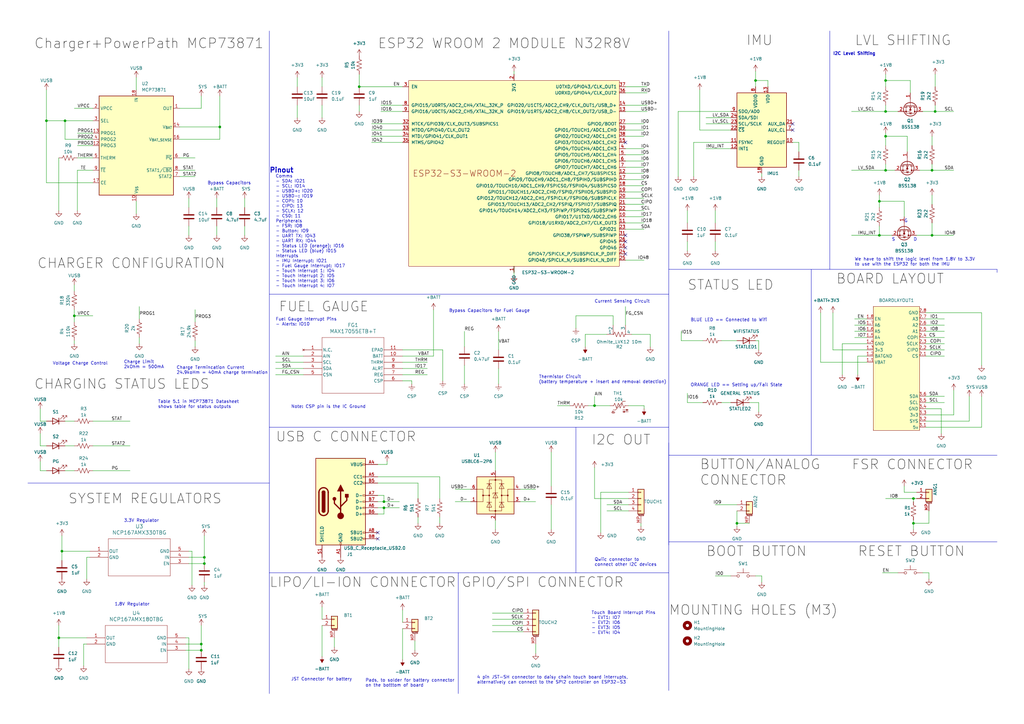
<source format=kicad_sch>
(kicad_sch (version 20230121) (generator eeschema)
  (paper "A3")
  (title_block (title "Custom T-Stick Board") (date "2023-09") (rev "0.0.2") (company "Albert Niyonsenga"))
  (junction (at 83.82 231.14))
  (junction (at 374.65 204.47))
  (junction (at 25.4 226.06))
  (junction (at 360.68 82.55))
  (junction (at 82.55 266.7))
  (junction (at 157.48 208.28))
  (junction (at 383.54 45.72))
  (junction (at 360.68 96.52))
  (junction (at 382.27 96.52))
  (junction (at 363.22 55.88))
  (junction (at 363.22 33.02))
  (junction (at 363.22 69.85))
  (junction (at 90.17 52.07))
  (junction (at 374.65 214.63))
  (junction (at 30.48 129.54))
  (junction (at 26.67 49.53))
  (junction (at 147.32 35.56))
  (junction (at 302.26 214.63))
  (junction (at 19.05 49.53))
  (junction (at 83.82 228.6))
  (junction (at 157.48 205.74))
  (junction (at 382.27 69.85))
  (junction (at 82.55 264.16))
  (junction (at 309.88 33.02))
  (junction (at 243.84 166.37))
  (junction (at 363.22 45.72))
  (junction (at 24.13 261.62))
  (no_connect (at 256.54 101.6))
  (no_connect (at 256.54 96.52))
  (no_connect (at 256.54 104.14))
  (no_connect (at 256.54 99.06))
  (no_connect (at 325.12 53.34))
  (no_connect (at 256.54 58.42))
  (no_connect (at 325.12 50.8))
  (no_connect (at 154.94 218.44))
  (no_connect (at 154.94 220.98))
  (wire (pts (xy 256.54 55.88) (xy 264.16 55.88)))
  (wire (pts (xy 378.46 45.72) (xy 383.54 45.72)))
  (wire (pts (xy 157.48 203.2) (xy 157.48 205.74)))
  (wire (pts (xy 295.91 165.1) (xy 299.72 165.1)))
  (wire (pts (xy 372.11 62.23) (xy 372.11 55.88)))
  (wire (pts (xy 256.54 106.68) (xy 264.16 106.68)))
  (wire (pts (xy 256.54 78.74) (xy 264.16 78.74)))
  (wire (pts (xy 90.17 52.07) (xy 90.17 57.15)))
  (wire (pts (xy 311.15 168.91) (xy 311.15 165.1)))
  (wire (pts (xy 156.21 45.72) (xy 165.1 45.72)))
  (wire (pts (xy 355.6 146.05) (xy 351.79 146.05)))
  (wire (pts (xy 241.3 166.37) (xy 243.84 166.37)))
  (wire (pts (xy 31.75 59.69) (xy 38.1 59.69)))
  (wire (pts (xy 373.38 33.02) (xy 373.38 38.1)))
  (wire (pts (xy 312.42 71.12) (xy 312.42 72.39)))
  (wire (pts (xy 327.66 69.85) (xy 327.66 72.39)))
  (wire (pts (xy 26.67 193.04) (xy 30.48 193.04)))
  (wire (pts (xy 240.03 137.16) (xy 240.03 142.24)))
  (wire (pts (xy 210.82 29.21) (xy 210.82 30.48)))
  (polyline (pts (xy 274.32 181.61) (xy 274.32 223.52)))
  (wire (pts (xy 73.66 52.07) (xy 90.17 52.07)))
  (wire (pts (xy 363.22 54.61) (xy 363.22 55.88)))
  (wire (pts (xy 152.4 53.34) (xy 165.1 53.34)))
  (wire (pts (xy 379.73 138.43) (xy 387.35 138.43)))
  (wire (pts (xy 77.47 96.52) (xy 77.47 92.71)))
  (wire (pts (xy 382.27 91.44) (xy 382.27 96.52)))
  (wire (pts (xy 383.54 35.56) (xy 383.54 30.48)))
  (wire (pts (xy 31.75 69.85) (xy 31.75 86.36)))
  (polyline (pts (xy 110.49 284.48) (xy 110.49 234.95)))
  (wire (pts (xy 82.55 39.37) (xy 82.55 44.45)))
  (wire (pts (xy 38.1 182.88) (xy 53.34 182.88)))
  (wire (pts (xy 213.36 200.66) (xy 219.71 200.66)))
  (wire (pts (xy 204.47 135.89) (xy 204.47 143.51)))
  (polyline (pts (xy 187.96 234.95) (xy 187.96 284.48)))
  (wire (pts (xy 16.51 193.04) (xy 19.05 193.04)))
  (wire (pts (xy 281.94 99.06) (xy 281.94 102.87)))
  (wire (pts (xy 73.66 57.15) (xy 90.17 57.15)))
  (wire (pts (xy 152.4 55.88) (xy 165.1 55.88)))
  (wire (pts (xy 264.16 166.37) (xy 264.16 167.64)))
  (wire (pts (xy 256.54 66.04) (xy 264.16 66.04)))
  (wire (pts (xy 266.7 137.16) (xy 266.7 142.24)))
  (wire (pts (xy 314.96 33.02) (xy 314.96 35.56)))
  (wire (pts (xy 165.1 151.13) (xy 175.26 151.13)))
  (wire (pts (xy 25.4 226.06) (xy 25.4 229.87)))
  (wire (pts (xy 152.4 50.8) (xy 165.1 50.8)))
  (wire (pts (xy 165.1 148.59) (xy 175.26 148.59)))
  (wire (pts (xy 243.84 162.56) (xy 243.84 166.37)))
  (wire (pts (xy 382.27 96.52) (xy 391.16 96.52)))
  (wire (pts (xy 165.1 35.56) (xy 147.32 35.56)))
  (wire (pts (xy 165.1 257.81) (xy 165.1 270.51)))
  (wire (pts (xy 402.59 128.27) (xy 379.73 128.27)))
  (wire (pts (xy 132.08 256.54) (xy 132.08 269.24)))
  (polyline (pts (xy 110.49 234.95) (xy 187.96 234.95)))
  (wire (pts (xy 363.22 33.02) (xy 373.38 33.02)))
  (wire (pts (xy 26.67 172.72) (xy 30.48 172.72)))
  (wire (pts (xy 190.5 149.86) (xy 190.5 157.48)))
  (wire (pts (xy 379.73 167.64) (xy 386.08 167.64)))
  (wire (pts (xy 370.84 82.55) (xy 360.68 82.55)))
  (wire (pts (xy 279.4 135.89) (xy 279.4 139.7)))
  (wire (pts (xy 375.92 96.52) (xy 382.27 96.52)))
  (wire (pts (xy 287.02 36.83) (xy 287.02 53.34)))
  (wire (pts (xy 158.75 189.23) (xy 158.75 190.5)))
  (wire (pts (xy 379.73 130.81) (xy 387.35 130.81)))
  (wire (pts (xy 157.48 210.82) (xy 157.48 208.28)))
  (wire (pts (xy 360.68 96.52) (xy 365.76 96.52)))
  (wire (pts (xy 382.27 67.31) (xy 382.27 69.85)))
  (wire (pts (xy 363.22 55.88) (xy 363.22 59.69)))
  (wire (pts (xy 30.48 129.54) (xy 30.48 132.08)))
  (wire (pts (xy 325.12 58.42) (xy 327.66 58.42)))
  (wire (pts (xy 36.83 228.6) (xy 35.56 228.6)))
  (polyline (pts (xy 236.22 175.26) (xy 236.22 234.95)))
  (wire (pts (xy 38.1 193.04) (xy 53.34 193.04)))
  (wire (pts (xy 38.1 74.93) (xy 19.05 74.93)))
  (polyline (pts (xy 110.49 234.95) (xy 110.49 175.26)))
  (wire (pts (xy 381 234.95) (xy 381 237.49)))
  (wire (pts (xy 379.73 146.05) (xy 387.35 146.05)))
  (wire (pts (xy 147.32 43.18) (xy 147.32 45.72)))
  (wire (pts (xy 361.95 234.95) (xy 368.3 234.95)))
  (wire (pts (xy 201.93 256.54) (xy 214.63 256.54)))
  (wire (pts (xy 203.2 213.36) (xy 203.2 217.17)))
  (wire (pts (xy 210.82 109.22) (xy 210.82 113.03)))
  (wire (pts (xy 341.63 143.51) (xy 355.6 143.51)))
  (wire (pts (xy 24.13 261.62) (xy 24.13 265.43)))
  (wire (pts (xy 378.46 234.95) (xy 381 234.95)))
  (wire (pts (xy 73.66 44.45) (xy 82.55 44.45)))
  (wire (pts (xy 19.05 36.83) (xy 19.05 49.53)))
  (wire (pts (xy 152.4 58.42) (xy 165.1 58.42)))
  (wire (pts (xy 370.84 199.39) (xy 370.84 201.93)))
  (wire (pts (xy 57.15 140.97) (xy 57.15 138.43)))
  (wire (pts (xy 256.54 45.72) (xy 265.43 45.72)))
  (wire (pts (xy 374.65 204.47) (xy 375.92 204.47)))
  (wire (pts (xy 355.6 140.97) (xy 345.44 140.97)))
  (wire (pts (xy 113.03 148.59) (xy 124.46 148.59)))
  (wire (pts (xy 38.1 57.15) (xy 26.67 57.15)))
  (wire (pts (xy 391.16 160.02) (xy 391.16 170.18)))
  (wire (pts (xy 314.96 33.02) (xy 309.88 33.02)))
  (wire (pts (xy 113.03 146.05) (xy 124.46 146.05)))
  (polyline (pts (xy 408.94 110.49) (xy 408.94 111.76)))
  (wire (pts (xy 16.51 177.8) (xy 16.51 182.88)))
  (wire (pts (xy 257.81 207.01) (xy 248.92 207.01)))
  (wire (pts (xy 57.15 125.73) (xy 57.15 130.81)))
  (wire (pts (xy 256.54 60.96) (xy 264.16 60.96)))
  (wire (pts (xy 16.51 182.88) (xy 19.05 182.88)))
  (wire (pts (xy 55.88 31.75) (xy 55.88 36.83)))
  (wire (pts (xy 204.47 151.13) (xy 204.47 157.48)))
  (wire (pts (xy 259.08 137.16) (xy 266.7 137.16)))
  (wire (pts (xy 73.66 64.77) (xy 80.01 64.77)))
  (wire (pts (xy 381 209.55) (xy 381 214.63)))
  (wire (pts (xy 24.13 256.54) (xy 24.13 261.62)))
  (wire (pts (xy 240.03 137.16) (xy 248.92 137.16)))
  (wire (pts (xy 100.33 81.28) (xy 100.33 85.09)))
  (wire (pts (xy 350.52 133.35) (xy 355.6 133.35)))
  (wire (pts (xy 363.22 33.02) (xy 363.22 35.56)))
  (wire (pts (xy 76.2 264.16) (xy 82.55 264.16)))
  (wire (pts (xy 374.65 214.63) (xy 374.65 217.17)))
  (wire (pts (xy 256.54 93.98) (xy 264.16 93.98)))
  (wire (pts (xy 80.01 142.24) (xy 80.01 139.7)))
  (wire (pts (xy 154.94 190.5) (xy 158.75 190.5)))
  (wire (pts (xy 256.54 88.9) (xy 264.16 88.9)))
  (wire (pts (xy 154.94 210.82) (xy 157.48 210.82)))
  (wire (pts (xy 363.22 30.48) (xy 363.22 33.02)))
  (wire (pts (xy 19.05 49.53) (xy 19.05 74.93)))
  (wire (pts (xy 345.44 140.97) (xy 345.44 153.67)))
  (wire (pts (xy 154.94 203.2) (xy 157.48 203.2)))
  (wire (pts (xy 257.81 209.55) (xy 248.92 209.55)))
  (wire (pts (xy 132.08 31.75) (xy 132.08 35.56)))
  (wire (pts (xy 309.88 236.22) (xy 312.42 236.22)))
  (wire (pts (xy 100.33 96.52) (xy 100.33 92.71)))
  (wire (pts (xy 289.56 50.8) (xy 299.72 50.8)))
  (wire (pts (xy 177.8 127) (xy 177.8 146.05)))
  (wire (pts (xy 360.68 80.01) (xy 360.68 82.55)))
  (wire (pts (xy 38.1 172.72) (xy 53.34 172.72)))
  (wire (pts (xy 165.1 153.67) (xy 175.26 153.67)))
  (wire (pts (xy 181.61 143.51) (xy 181.61 156.21)))
  (wire (pts (xy 372.11 55.88) (xy 363.22 55.88)))
  (wire (pts (xy 293.37 207.01) (xy 302.26 207.01)))
  (wire (pts (xy 382.27 69.85) (xy 391.16 69.85)))
  (wire (pts (xy 349.25 45.72) (xy 363.22 45.72)))
  (wire (pts (xy 30.48 116.84) (xy 30.48 119.38)))
  (wire (pts (xy 19.05 49.53) (xy 26.67 49.53)))
  (wire (pts (xy 379.73 165.1) (xy 387.35 165.1)))
  (wire (pts (xy 374.65 204.47) (xy 374.65 205.74)))
  (wire (pts (xy 370.84 201.93) (xy 375.92 201.93)))
  (wire (pts (xy 341.63 128.27) (xy 341.63 143.51)))
  (wire (pts (xy 256.54 76.2) (xy 264.16 76.2)))
  (wire (pts (xy 156.21 43.18) (xy 165.1 43.18)))
  (wire (pts (xy 251.46 129.54) (xy 251.46 133.35)))
  (wire (pts (xy 299.72 58.42) (xy 284.48 58.42)))
  (wire (pts (xy 78.74 226.06) (xy 78.74 240.03)))
  (wire (pts (xy 157.48 208.28) (xy 163.83 208.28)))
  (wire (pts (xy 360.68 92.71) (xy 360.68 96.52)))
  (wire (pts (xy 83.82 228.6) (xy 83.82 231.14)))
  (wire (pts (xy 289.56 48.26) (xy 299.72 48.26)))
  (wire (pts (xy 154.94 195.58) (xy 180.34 195.58)))
  (wire (pts (xy 262.89 215.9) (xy 262.89 214.63)))
  (wire (pts (xy 309.88 29.21) (xy 309.88 33.02)))
  (wire (pts (xy 256.54 63.5) (xy 264.16 63.5)))
  (polyline (pts (xy 274.32 222.25) (xy 408.94 222.25)))
  (wire (pts (xy 76.2 266.7) (xy 82.55 266.7)))
  (wire (pts (xy 236.22 129.54) (xy 251.46 129.54)))
  (wire (pts (xy 302.26 209.55) (xy 302.26 214.63)))
  (wire (pts (xy 243.84 166.37) (xy 250.19 166.37)))
  (wire (pts (xy 350.52 138.43) (xy 355.6 138.43)))
  (wire (pts (xy 201.93 251.46) (xy 214.63 251.46)))
  (wire (pts (xy 180.34 195.58) (xy 180.34 204.47)))
  (wire (pts (xy 147.32 30.48) (xy 147.32 35.56)))
  (polyline (pts (xy 274.32 12.7) (xy 274.32 110.49)))
  (wire (pts (xy 203.2 185.42) (xy 203.2 193.04)))
  (wire (pts (xy 77.47 261.62) (xy 76.2 261.62)))
  (wire (pts (xy 73.66 72.39) (xy 80.01 72.39)))
  (wire (pts (xy 279.4 139.7) (xy 288.29 139.7)))
  (wire (pts (xy 83.82 219.71) (xy 83.82 228.6)))
  (wire (pts (xy 121.92 43.18) (xy 121.92 48.26)))
  (polyline (pts (xy 110.49 120.65) (xy 274.32 120.65)))
  (wire (pts (xy 154.94 208.28) (xy 157.48 208.28)))
  (wire (pts (xy 281.94 86.36) (xy 281.94 91.44)))
  (wire (pts (xy 168.91 157.48) (xy 168.91 156.21)))
  (wire (pts (xy 360.68 82.55) (xy 360.68 85.09)))
  (wire (pts (xy 236.22 129.54) (xy 236.22 134.62)))
  (wire (pts (xy 55.88 87.63) (xy 55.88 82.55)))
  (polyline (pts (xy 110.49 12.7) (xy 110.49 175.26)))
  (wire (pts (xy 256.54 35.56) (xy 265.43 35.56)))
  (wire (pts (xy 80.01 127) (xy 80.01 132.08)))
  (wire (pts (xy 168.91 156.21) (xy 165.1 156.21)))
  (wire (pts (xy 293.37 99.06) (xy 293.37 102.87)))
  (wire (pts (xy 391.16 170.18) (xy 379.73 170.18)))
  (wire (pts (xy 386.08 167.64) (xy 386.08 177.8)))
  (wire (pts (xy 256.54 53.34) (xy 264.16 53.34)))
  (wire (pts (xy 256.54 38.1) (xy 265.43 38.1)))
  (wire (pts (xy 363.22 204.47) (xy 374.65 204.47)))
  (wire (pts (xy 121.92 31.75) (xy 121.92 35.56)))
  (polyline (pts (xy 274.32 110.49) (xy 408.94 110.49)))
  (wire (pts (xy 124.46 151.13) (xy 113.03 151.13)))
  (wire (pts (xy 336.55 128.27) (xy 336.55 148.59)))
  (wire (pts (xy 379.73 172.72) (xy 397.51 172.72)))
  (polyline (pts (xy 340.36 12.7) (xy 340.36 110.49)))
  (wire (pts (xy 256.54 125.73) (xy 256.54 133.35)))
  (wire (pts (xy 299.72 53.34) (xy 287.02 53.34)))
  (wire (pts (xy 82.55 256.54) (xy 82.55 264.16)))
  (wire (pts (xy 171.45 198.12) (xy 171.45 204.47)))
  (wire (pts (xy 307.34 165.1) (xy 311.15 165.1)))
  (wire (pts (xy 157.48 205.74) (xy 163.83 205.74)))
  (wire (pts (xy 77.47 261.62) (xy 77.47 274.32)))
  (wire (pts (xy 402.59 149.86) (xy 402.59 128.27)))
  (wire (pts (xy 30.48 129.54) (xy 38.1 129.54)))
  (wire (pts (xy 132.08 43.18) (xy 132.08 48.26)))
  (wire (pts (xy 113.03 153.67) (xy 124.46 153.67)))
  (wire (pts (xy 350.52 135.89) (xy 355.6 135.89)))
  (wire (pts (xy 25.4 219.71) (xy 25.4 226.06)))
  (wire (pts (xy 295.91 139.7) (xy 302.26 139.7)))
  (wire (pts (xy 31.75 69.85) (xy 38.1 69.85)))
  (polyline (pts (xy 274.32 110.49) (xy 274.32 283.21)))
  (wire (pts (xy 382.27 59.69) (xy 382.27 55.88)))
  (wire (pts (xy 256.54 71.12) (xy 264.16 71.12)))
  (polyline (pts (xy 110.49 175.26) (xy 274.32 175.26)))
  (wire (pts (xy 77.47 231.14) (xy 83.82 231.14)))
  (wire (pts (xy 257.81 166.37) (xy 264.16 166.37)))
  (wire (pts (xy 213.36 205.74) (xy 219.71 205.74)))
  (wire (pts (xy 309.88 139.7) (xy 311.15 139.7)))
  (wire (pts (xy 363.22 67.31) (xy 363.22 69.85)))
  (wire (pts (xy 363.22 69.85) (xy 367.03 69.85)))
  (wire (pts (xy 382.27 80.01) (xy 382.27 83.82)))
  (wire (pts (xy 16.51 189.23) (xy 16.51 193.04)))
  (wire (pts (xy 171.45 212.09) (xy 171.45 214.63)))
  (wire (pts (xy 312.42 236.22) (xy 312.42 238.76)))
  (wire (pts (xy 83.82 238.76) (xy 83.82 240.03)))
  (polyline (pts (xy 11.43 198.12) (xy 110.49 198.12)))
  (wire (pts (xy 293.37 86.36) (xy 293.37 91.44)))
  (wire (pts (xy 30.48 44.45) (xy 38.1 44.45)))
  (wire (pts (xy 256.54 83.82) (xy 264.16 83.82)))
  (wire (pts (xy 73.66 69.85) (xy 80.01 69.85)))
  (wire (pts (xy 383.54 45.72) (xy 391.16 45.72)))
  (wire (pts (xy 24.13 64.77) (xy 24.13 86.36)))
  (wire (pts (xy 289.56 60.96) (xy 299.72 60.96)))
  (wire (pts (xy 132.08 248.92) (xy 132.08 254)))
  (wire (pts (xy 88.9 81.28) (xy 88.9 85.09)))
  (polyline (pts (xy 332.74 110.49) (xy 332.74 186.69)))
  (wire (pts (xy 137.16 265.43) (xy 137.16 261.62)))
  (wire (pts (xy 34.29 264.16) (xy 34.29 273.05)))
  (wire (pts (xy 379.73 175.26) (xy 402.59 175.26)))
  (wire (pts (xy 77.47 226.06) (xy 78.74 226.06)))
  (polyline (pts (xy 274.32 186.69) (xy 408.94 186.69)))
  (wire (pts (xy 256.54 91.44) (xy 264.16 91.44)))
  (wire (pts (xy 302.26 214.63) (xy 307.34 214.63)))
  (wire (pts (xy 16.51 172.72) (xy 19.05 172.72)))
  (wire (pts (xy 379.73 135.89) (xy 387.35 135.89)))
  (wire (pts (xy 397.51 162.56) (xy 397.51 172.72)))
  (wire (pts (xy 256.54 43.18) (xy 265.43 43.18)))
  (wire (pts (xy 402.59 162.56) (xy 402.59 175.26)))
  (wire (pts (xy 226.06 207.01) (xy 226.06 217.17)))
  (wire (pts (xy 90.17 39.37) (xy 90.17 52.07)))
  (wire (pts (xy 243.84 191.77) (xy 243.84 204.47)))
  (wire (pts (xy 88.9 96.52) (xy 88.9 92.71)))
  (wire (pts (xy 31.75 54.61) (xy 38.1 54.61)))
  (wire (pts (xy 256.54 73.66) (xy 264.16 73.66)))
  (wire (pts (xy 25.4 226.06) (xy 36.83 226.06)))
  (wire (pts (xy 281.94 161.29) (xy 281.94 165.1)))
  (wire (pts (xy 219.71 264.16) (xy 219.71 267.97)))
  (wire (pts (xy 77.47 81.28) (xy 77.47 85.09)))
  (wire (pts (xy 379.73 143.51) (xy 387.35 143.51)))
  (wire (pts (xy 26.67 49.53) (xy 26.67 57.15)))
  (wire (pts (xy 363.22 43.18) (xy 363.22 45.72)))
  (wire (pts (xy 363.22 45.72) (xy 368.3 45.72)))
  (wire (pts (xy 256.54 86.36) (xy 264.16 86.36)))
  (wire (pts (xy 293.37 236.22) (xy 299.72 236.22)))
  (wire (pts (xy 379.73 133.35) (xy 387.35 133.35)))
  (wire (pts (xy 379.73 140.97) (xy 387.35 140.97)))
  (wire (pts (xy 284.48 58.42) (xy 284.48 72.39)))
  (wire (pts (xy 26.67 49.53) (xy 38.1 49.53)))
  (wire (pts (xy 16.51 167.64) (xy 16.51 172.72)))
  (wire (pts (xy 201.93 259.08) (xy 214.63 259.08)))
  (wire (pts (xy 82.55 264.16) (xy 82.55 266.7)))
  (wire (pts (xy 299.72 45.72) (xy 278.13 45.72)))
  (wire (pts (xy 349.25 69.85) (xy 363.22 69.85)))
  (wire (pts (xy 257.81 201.93) (xy 246.38 201.93)))
  (wire (pts (xy 302.26 214.63) (xy 302.26 215.9)))
  (wire (pts (xy 31.75 64.77) (xy 38.1 64.77)))
  (wire (pts (xy 327.66 58.42) (xy 327.66 62.23)))
  (wire (pts (xy 246.38 201.93) (xy 246.38 218.44)))
  (wire (pts (xy 228.6 166.37) (xy 233.68 166.37)))
  (wire (pts (xy 35.56 228.6) (xy 35.56 237.49)))
  (wire (pts (xy 309.88 33.02) (xy 309.88 35.56)))
  (wire (pts (xy 256.54 81.28) (xy 264.16 81.28)))
  (polyline (pts (xy 187.96 234.95) (xy 274.32 234.95)))
  (wire (pts (xy 30.48 127) (xy 30.48 129.54)))
  (wire (pts (xy 180.34 212.09) (xy 180.34 214.63)))
  (wire (pts (xy 165.1 146.05) (xy 177.8 146.05)))
  (wire (pts (xy 35.56 261.62) (xy 24.13 261.62)))
  (wire (pts (xy 165.1 250.19) (xy 165.1 255.27)))
  (wire (pts (xy 350.52 130.81) (xy 355.6 130.81)))
  (wire (pts (xy 281.94 165.1) (xy 288.29 165.1)))
  (wire (pts (xy 35.56 264.16) (xy 34.29 264.16)))
  (wire (pts (xy 30.48 140.97) (xy 30.48 139.7)))
  (wire (pts (xy 256.54 68.58) (xy 264.16 68.58)))
  (wire (pts (xy 374.65 213.36) (xy 374.65 214.63)))
  (wire (pts (xy 383.54 45.72) (xy 383.54 43.18)))
  (wire (pts (xy 226.06 185.42) (xy 226.06 199.39)))
  (wire (pts (xy 355.6 148.59) (xy 336.55 148.59)))
  (wire (pts (xy 370.84 88.9) (xy 370.84 82.55)))
  (wire (pts (xy 379.73 162.56) (xy 387.35 162.56)))
  (wire (pts (xy 377.19 69.85) (xy 382.27 69.85)))
  (wire (pts (xy 154.94 205.74) (xy 157.48 205.74)))
  (wire (pts (xy 256.54 50.8) (xy 264.16 50.8)))
  (wire (pts (xy 193.04 200.66) (xy 186.69 200.66)))
  (wire (pts (xy 311.15 143.51) (xy 311.15 139.7)))
  (wire (pts (xy 181.61 143.51) (xy 165.1 143.51)))
  (wire (pts (xy 193.04 205.74) (xy 186.69 205.74)))
  (wire (pts (xy 349.25 96.52) (xy 360.68 96.52)))
  (wire (pts (xy 190.5 135.89) (xy 190.5 142.24)))
  (wire (pts (xy 170.18 266.7) (xy 170.18 262.89)))
  (wire (pts (xy 374.65 214.63) (xy 381 214.63)))
  (wire (pts (xy 77.47 228.6) (xy 83.82 228.6)))
  (wire (pts (xy 351.79 146.05) (xy 351.79 153.67)))
  (wire (pts (xy 257.81 204.47) (xy 243.84 204.47)))
  (wire (pts (xy 278.13 45.72) (xy 278.13 72.39)))
  (wire (pts (xy 201.93 254) (xy 214.63 254)))
  (wire (pts (xy 26.67 182.88) (xy 30.48 182.88)))
  (wire (pts (xy 154.94 198.12) (xy 171.45 198.12)))
  (text "Charge Termincation Current\n24.9koHm = 40mA charge termination" (at 72.39 153.67 0) (effects (font (size 1.27 1.27)) (justify left bottom)))
  (text "Comms\n- SDA: IO21\n- SCL: IO14\n- USBD+: IO20\n- USBD-: IO19\n- COPI: 10\n- CIPO: 13\n- SCLK: 12\n- CS0: 11\nPeripherals\n- FSR: IO8\n- Button: IO9\n- UART TX: IO43\n- UART RX: IO44\n- Status LED (orange): IO16\n- Status LED (blue) I015\nInterrupts\n- IMU Interrupt: IO21\n- Fuel Gauge Interrupt: IO17\n- Touch Interrupt 1: IO4\n- Touch Interrupt 2: IO5\n- Touch Interrupt 3: IO6\n- Touch Interrupt 4: IO7" (at 113.03 118.11 0) (effects (font (size 1.27 1.27)) (justify left bottom)))
  (text "Qwiic connector to \nconnect other I2C devices" (at 243.84 232.41 0) (effects (font (size 1.27 1.27)) (justify left bottom)))
  (text "FUEL GAUGE" (at 114.3 128.27 0) (effects (font (size 4 4)) (justify left bottom)))
  (text "Bypass Capacitors\n\n\n" (at 85.09 80.01 0) (effects (font (size 1.27 1.27)) (justify left bottom)))
  (text "Fuel Gauge Interrupt Pins\n- Alerts: IO10\n\n" (at 113.03 135.89 0) (effects (font (size 1.27 1.27)) (justify left bottom)))
  (text "FSR CONNECTOR" (at 349.25 193.04 0) (effects (font (size 4 4)) (justify left bottom)))
  (text "G" (at 370.84 91.44 0) (effects (font (size 1.27 1.27)) (justify left bottom)))
  (text "LIPO/LI-ION CONNECTOR" (at 110.49 241.3 0) (effects (font (size 4 4)) (justify left bottom)))
  (text "Thermistor Circuit\n(battery temperature + insert and removal detection)" (at 220.98 157.48 0) (effects (font (size 1.27 1.27)) (justify left bottom)))
  (text "Charge Limit\n2kOhm = 500mA\n\n\n\n" (at 50.8 157.48 0) (effects (font (size 1.27 1.27)) (justify left bottom)))
  (text "JST Connector for battery\n" (at 119.38 279.4 0) (effects (font (size 1.27 1.27)) (justify left bottom)))
  (text "3.3V Regulator\n\n\n" (at 50.8 218.44 0) (effects (font (size 1.27 1.27)) (justify left bottom)))
  (text "Current Sensing Circuit" (at 243.84 124.46 0) (effects (font (size 1.27 1.27)) (justify left bottom)))
  (text "I2C Level Shifting" (at 341.63 22.86 0) (effects (font (size 1.27 1.27) bold) (justify left bottom)))
  (text "BOARD LAYOUT" (at 342.9 116.84 0) (effects (font (size 4 4)) (justify left bottom)))
  (text "CHARGING STATUS LEDS" (at 13.97 160.02 0) (effects (font (size 4 4)) (justify left bottom)))
  (text "GPIO/SPI CONNECTOR" (at 189.23 241.3 0) (effects (font (size 4 4)) (justify left bottom)))
  (text "Charger+PowerPath MCP73871" (at 13.97 20.32 0) (effects (font (size 4 4)) (justify left bottom)))
  (text "D" (at 374.65 99.06 0) (effects (font (size 1.27 1.27)) (justify left bottom)))
  (text "Table 5.1 in MCP73871 Datasheet \nshows table for status outputs" (at 64.77 167.64 0) (effects (font (size 1.27 1.27)) (justify left bottom)))
  (text "I2C OUT" (at 242.57 182.88 0) (effects (font (size 4 4)) (justify left bottom)))
  (text "Pads, to solder for battery connector \non the botttom of board" (at 149.86 281.94 0) (effects (font (size 1.27 1.27)) (justify left bottom)))
  (text "STATUS LED" (at 281.94 119.38 0) (effects (font (size 4 4)) (justify left bottom)))
  (text "Bypass Capacitors for Fuel Gauge" (at 184.15 128.27 0) (effects (font (size 1.27 1.27)) (justify left bottom)))
  (text "SYSTEM REGULATORS" (at 27.94 207.01 0) (effects (font (size 4 4)) (justify left bottom)))
  (text "Touch Board Interrupt Pins\n- EVT1: IO7\n- EVT2: IO6\n- EVT3: IO5\n- EVT4: IO4" (at 242.57 260.35 0) (effects (font (size 1.27 1.27)) (justify left bottom)))
  (text "S" (at 365.76 99.06 0) (effects (font (size 1.27 1.27)) (justify left bottom)))
  (text "BLUE LED == Connected to Wifi" (at 283.21 132.08 0) (effects (font (size 1.27 1.27)) (justify left bottom)))
  (text "4 pin JST-SH connector to daisy chain touch board interrupts, \nalternatively can connect to the SPI2 controller on ESP32-S3\n" (at 195.58 280.67 0) (effects (font (size 1.27 1.27)) (justify left bottom)))
  (text "ESP32 WROOM 2 MODULE N32R8V" (at 154.94 20.32 0) (effects (font (size 4 4)) (justify left bottom)))
  (text "IMU" (at 306.07 19.05 0) (effects (font (size 4 4)) (justify left bottom)))
  (text "MOUNTING HOLES (M3)" (at 274.32 252.73 0) (effects (font (size 4 4)) (justify left bottom)))
  (text "Voltage Charge Control" (at 21.59 149.86 0) (effects (font (size 1.27 1.27)) (justify left bottom)))
  (text "LVL SHIFTING" (at 350.52 19.05 0) (effects (font (size 4 4)) (justify left bottom)))
  (text "1.8V Regulator\n\n\n" (at 46.99 252.73 0) (effects (font (size 1.27 1.27)) (justify left bottom)))
  (text "BOOT BUTTON" (at 289.56 228.6 0) (effects (font (size 4 4)) (justify left bottom)))
  (text "Note: CSP pin is the IC Ground" (at 119.38 167.64 0) (effects (font (size 1.27 1.27)) (justify left bottom)))
  (text "Pinout" (at 110.49 71.12 0) (effects (font (size 2 2) (thickness 0.4) bold) (justify left bottom)))
  (text "CHARGER CONFIGURATION" (at 15.24 110.49 0) (effects (font (size 4 4)) (justify left bottom)))
  (text "BUTTON/ANALOG \nCONNECTOR" (at 287.02 199.39 0) (effects (font (size 4 4)) (justify left bottom)))
  (text "We have to shift the logic level from 1.8V to 3.3V \nto use with the ESP32 for both the IMU" (at 350.52 109.22 0) (effects (font (size 1.27 1.27)) (justify left bottom)))
  (text "RESET BUTTON" (at 351.79 228.6 0) (effects (font (size 4 4)) (justify left bottom)))
  (text "ORANGE LED == Setting up/Fail State" (at 283.21 158.75 0) (effects (font (size 1.27 1.27)) (justify left bottom)))
  (text "USB C CONNECTOR" (at 113.03 181.61 0) (effects (font (size 4 4)) (justify left bottom)))
  (label "IMU_INT" (at 351.79 96.52 0))
  (label "CS" (at 262.89 76.2 0))
  (label "IO42" (at 152.4 58.42 0))
  (label "PG" (at 74.93 64.77 0))
  (label "THERM" (at 31.75 64.77 0))
  (label "STAT" (at 74.93 69.85 0))
  (label "CS" (at 214.63 259.08 180))
  (label "IO17" (at 262.89 88.9 0))
  (label "IO17" (at 170.18 151.13 0))
  (label "IO39" (at 152.4 50.8 0))
  (label "SCL" (at 384.81 165.1 180))
  (label "EN" (at 161.29 35.56 0))
  (label "LV_SCL" (at 292.1 50.8 0))
  (label "IO0" (at 293.37 236.22 0))
  (label "COPI" (at 262.89 78.74 0))
  (label "THRM" (at 170.18 148.59 0))
  (label "SDA" (at 255.27 207.01 180))
  (label "LV_SDA" (at 292.1 48.26 0))
  (label "COPI" (at 386.08 140.97 180))
  (label "CIPO" (at 386.08 146.05 180))
  (label "USBD+" (at 262.89 43.18 0))
  (label "IO5" (at 262.89 63.5 0))
  (label "IO40" (at 152.4 53.34 0))
  (label "IO6" (at 351.79 135.89 0))
  (label "IO15" (at 279.4 137.16 0))
  (label "USBD-" (at 191.77 200.66 180))
  (label "EN" (at 354.33 130.81 180))
  (label "D-" (at 158.75 205.74 0))
  (label "SCL" (at 115.57 148.59 0))
  (label "IO15" (at 156.21 43.18 0))
  (label "TE" (at 33.02 69.85 0))
  (label "IO7" (at 351.79 138.43 0))
  (label "SCLK" (at 262.89 81.28 0))
  (label "IO4" (at 262.89 60.96 0))
  (label "IO5" (at 351.79 133.35 0))
  (label "IO7" (at 262.89 68.58 0))
  (label "PROG1" (at 57.15 129.54 0))
  (label "SCLK" (at 214.63 254 180))
  (label "TXD" (at 262.89 35.56 0))
  (label "PG" (at 45.72 193.04 0))
  (label "VPCC" (at 31.75 44.45 0))
  (label "EN" (at 361.95 234.95 0))
  (label "IO9" (at 262.89 73.66 0))
  (label "CIPO" (at 214.63 251.46 180))
  (label "LV_SDA" (at 351.79 69.85 0))
  (label "SDA" (at 384.81 162.56 180))
  (label "IO6" (at 262.89 66.04 0))
  (label "REG" (at 170.18 153.67 0))
  (label "LV_SCL" (at 351.79 45.72 0))
  (label "D+" (at 214.63 205.74 0))
  (label "IO2" (at 384.81 133.35 180))
  (label "USBD-" (at 262.89 45.72 0))
  (label "D-" (at 191.77 205.74 180))
  (label "VPCC" (at 31.75 129.54 0))
  (label "PROG1" (at 31.75 54.61 0))
  (label "FG_CSN" (at 115.57 153.67 0))
  (label "IMU_INT" (at 289.56 60.96 0))
  (label "IO1" (at 384.81 130.81 180))
  (label "PROG3" (at 31.75 59.69 0))
  (label "IO41" (at 152.4 55.88 0))
  (label "CIPO" (at 262.89 83.82 0))
  (label "SDA" (at 387.35 69.85 0))
  (label "IO16" (at 156.21 45.72 0))
  (label "IO48" (at 387.35 96.52 0))
  (label "AIN" (at 115.57 146.05 0))
  (label "COPI" (at 214.63 256.54 180))
  (label "SDA" (at 262.89 93.98 0))
  (label "STAT" (at 45.72 172.72 0))
  (label "PROG3" (at 80.01 130.81 0))
  (label "IO9" (at 295.91 207.01 180))
  (label "USBD+" (at 214.63 200.66 0))
  (label "IO0" (at 262.89 50.8 0))
  (label "SDA" (at 115.57 151.13 0))
  (label "STAT2" (at 74.93 72.39 0))
  (label "SCL" (at 262.89 86.36 0))
  (label "IO18" (at 262.89 91.44 0))
  (label "STAT2" (at 45.72 182.88 0))
  (label "SCL" (at 387.35 45.72 0))
  (label "IO1" (at 262.89 53.34 0))
  (label "AIN" (at 243.84 162.56 0))
  (label "VBAT" (at 171.45 146.05 0))
  (label "D+" (at 158.75 208.28 0))
  (label "IO8" (at 384.81 135.89 180))
  (label "SCLK" (at 386.08 143.51 180))
  (label "PROG2" (at 31.75 57.15 0))
  (label "REG" (at 190.5 135.89 0))
  (label "THRM" (at 228.6 166.37 0))
  (label "VBAT" (at 204.47 140.97 0))
  (label "IO8" (at 262.89 71.12 0))
  (label "CS" (at 381 138.43 0))
  (label "IO2" (at 262.89 55.88 0))
  (label "SCL" (at 255.27 209.55 180))
  (label "RXD" (at 262.89 38.1 0))
  (label "IO48" (at 261.62 106.68 0))
  (label "IO8" (at 368.3 204.47 180))
  (label "IO16" (at 281.94 163.83 0))
  (label "FG_CSN" (at 256.54 129.54 0))
  (symbol (lib_id "Device:R_US") (at 292.1 139.7 90) (unit 1)
    (property "Reference" "R8" (at 292.1 134.62 90))
    (property "Value" "1k" (at 292.1 137.16 90))
    (property "Footprint" "Resistor_SMD:R_0402_1005Metric" (effects hide))
    (property "Datasheet" "https://industrial.panasonic.com/cdbs/www-data/pdf/RDA0000/AOA0000C304.pdf" (effects hide))
    (property "Description Value Pkg" "1 kOhms ±1% 0.1W, 1/10W Chip Resistor 0402 (1005 Metric) Automotive AEC-Q200 Thick Film" (effects hide))
    (property "Mfg Part #" "ERJ-2RKF1001X" (effects hide))
    (property "Manufacturer" "Panasonic Electronic Components" (effects hide))
    (property "mpn" "ERJ-2RKF1001X" (effects hide))
  )
  (symbol (lib_name "GND_2") (lib_id "power:GND") (at 82.55 274.32 0) (unit 1)
    (property "Reference" "#PWR065" (effects hide))
    (property "Value" "GND" (at 82.55 279.4 0))
  )
  (symbol (lib_id "Device:C") (at 24.13 269.24 0) (unit 1)
    (property "Reference" "C12" (at 27.94 267.97 0) (effects (justify left)))
    (property "Value" "1uF" (at 27.94 270.51 0) (effects (justify left)))
    (property "Footprint" "Capacitor_SMD:C_0402_1005Metric" (effects hide))
    (property "Datasheet" "https://mm.digikey.com/Volume0/opasdata/d220001/medias/docus/41/CL03A105KQ3CSNC_Spec.pdf" (effects hide))
    (property "Description Value Pkg" "1 µF ±10% 16V Ceramic Capacitor X5R 0402 (1005 Metric)" (effects hide))
    (property "Mfg Part #" "CL05A105KO5NNNC" (effects hide))
    (property "Manufacturer" "Samsung Electro-Mechanics" (effects hide))
    (property "mpn" "CL05A105KO5NNNC" (effects hide))
  )
  (symbol (lib_id "max17055-symbol:CSP") (at 168.91 158.75 0) (unit 1)
    (property "Reference" "#ICGND04" (effects hide))
    (property "Value" "CSP" (at 168.91 162.56 0))
  )
  (symbol (lib_id "Device:R_US") (at 30.48 123.19 180) (unit 1)
    (property "Reference" "R18" (at 25.4 123.19 90))
    (property "Value" "330k" (at 27.94 123.19 90))
    (property "Footprint" "Resistor_SMD:R_0402_1005Metric" (effects hide))
    (property "Datasheet" "https://industrial.panasonic.com/cdbs/www-data/pdf/RDA0000/AOA0000C304.pdf" (effects hide))
    (property "Description Value Pkg" "330 kOhms ±1% 0.1W, 1/10W Chip Resistor 0402 (1005 Metric) Automotive AEC-Q200 Thick Film" (effects hide))
    (property "Mfg Part #" "ERJ-2RKF3303X" (effects hide))
    (property "Manufacturer" "Panasonic Electronic Components" (effects hide))
    (property "mpn" "ERJ-2RKF3303X" (effects hide))
  )
  (symbol (lib_id "max17055-symbol:MAX17055ETB+T") (at 124.46 143.51 0) (unit 1)
    (property "Reference" "FG1" (at 144.78 133.35 0) (effects (font (size 1.524 1.524))))
    (property "Value" "MAX17055ETB+T" (at 144.78 135.89 0) (effects (font (size 1.524 1.524))))
    (property "Footprint" "max17055-footprints:21-100013A_T102A2&plus_1C_MXM" (effects hide))
    (property "Datasheet" "https://www.analog.com/media/en/technical-documentation/data-sheets/max17055.pdf" (effects hide))
    (property "Description Value Pkg" "Battery Battery Monitor IC Multi-Chemistry 10-TDFN (2.5x2)" (effects hide))
    (property "Mfg Part #" "MAX17055ETB+T" (effects hide))
    (property "Manufacturer" "Analog Devices Inc./Maxim Integrated" (effects hide))
    (property "mpn" "MAX17055ETB+T" (effects hide))
  )
  (symbol (lib_id "VUSB:VUSB") (at 226.06 185.42 0) (unit 1) (in_bom no) (on_board no)
    (property "Reference" "#VUSB08" (effects hide))
    (property "Value" "VUSB" (at 223.52 181.61 0) (effects (justify left)))
  )
  (symbol (lib_id "power:GND") (at 266.7 142.24 0) (unit 1)
    (property "Reference" "#PWR015" (effects hide))
    (property "Value" "GND" (at 266.7 147.32 0))
  )
  (symbol (lib_name "+3V3_2") (lib_id "power:+3V3") (at 341.63 128.27 0) (unit 1)
    (property "Reference" "#PWR034" (effects hide))
    (property "Value" "+3V3" (at 341.63 123.19 0))
  )
  (symbol (lib_id "power-symbols:VSYS") (at 83.82 219.71 0) (unit 1) (in_bom no) (on_board no)
    (property "Reference" "SYS5" (effects hide))
    (property "Value" "SYS" (at 82.55 215.9 0) (effects (justify left)))
  )
  (symbol (lib_id "Device:C") (at 327.66 66.04 0) (unit 1)
    (property "Reference" "C6" (at 331.47 64.77 0) (effects (justify left)))
    (property "Value" "0.1uF" (at 331.47 67.31 0) (effects (justify left)))
    (property "Footprint" "Capacitor_SMD:C_0402_1005Metric" (effects hide))
    (property "Datasheet" "https://mm.digikey.com/Volume0/opasdata/d220001/medias/docus/41/CL03A104KP3NNNC_Spec.pdf" (effects hide))
    (property "Description Value Pkg" "0.1 µF ±10% 16V Ceramic Capacitor X7R 0402 (1005 Metric)" (effects hide))
    (property "Mfg Part #" "CL05B104KO5NNNC" (effects hide))
    (property "Manufacturer" "Samsung Electro-Mechanics" (effects hide))
    (property "mpn" "CL05B104KO5NNNC" (effects hide))
  )
  (symbol (lib_name "GND_2") (lib_id "power:GND") (at 35.56 237.49 0) (unit 1)
    (property "Reference" "#PWR030" (effects hide))
    (property "Value" "GND" (at 35.56 242.57 0))
  )
  (symbol (lib_id "power:+3V3") (at 370.84 199.39 0) (unit 1)
    (property "Reference" "#PWR01" (effects hide))
    (property "Value" "+3V3" (at 373.38 198.12 0) (effects (justify left)))
  )
  (symbol (lib_name "+3V3_2") (lib_id "power:+3V3") (at 132.08 31.75 0) (unit 1)
    (property "Reference" "#PWR083" (effects hide))
    (property "Value" "+3V3" (at 132.08 26.67 0))
  )
  (symbol (lib_id "Device:R_US") (at 34.29 182.88 90) (unit 1)
    (property "Reference" "R22" (at 34.29 177.8 90))
    (property "Value" "1k" (at 34.29 180.34 90))
    (property "Footprint" "Resistor_SMD:R_0402_1005Metric" (effects hide))
    (property "Datasheet" "https://industrial.panasonic.com/cdbs/www-data/pdf/RDA0000/AOA0000C304.pdf" (effects hide))
    (property "Description Value Pkg" "1 kOhms ±1% 0.1W, 1/10W Chip Resistor 0402 (1005 Metric) Automotive AEC-Q200 Thick Film" (effects hide))
    (property "Mfg Part #" "ERJ-2RKF1001X" (effects hide))
    (property "Manufacturer" "Panasonic Electronic Components" (effects hide))
    (property "mpn" "ERJ-2RKF1001X" (effects hide))
  )
  (symbol (lib_id "Connector_Generic_MountingPin:Conn_01x02_MountingPin") (at 170.18 255.27 0) (unit 1) (in_bom no)
    (property "Reference" "BT2" (at 173.99 253.6189 0) (effects (justify left)))
    (property "Value" "JST-PH-1x02-2.000mm" (effects hide))
    (property "Footprint" "Connector_JST:JST_PH_S2B-PH-SM4-TB_1x02-1MP_P2.00mm_Horizontal" (effects hide))
    (property "Datasheet" "https://www.jst-mfg.com/product/pdf/eng/ePH.pdf" (effects hide))
    (property "Description Value Pkg" "Connector Header Surface Mount, Right Angle 2 position 0.079\" (2.00mm)" (effects hide))
    (property "Mfg Part #" "S2B-PH-SM4-TB" (effects hide))
    (property "Manufacturer" "JST Sales America Inc." (effects hide))
    (property "mpn" "B2B-PH-SM4-TBT" (effects hide))
  )
  (symbol (lib_id "power:+1V8") (at 293.37 86.36 0) (unit 1)
    (property "Reference" "#PWR027" (effects hide))
    (property "Value" "+1V8" (at 293.37 81.28 0))
  )
  (symbol (lib_id "Device:C") (at 147.32 39.37 0) (unit 1)
    (property "Reference" "C9" (at 151.13 38.1 0) (effects (justify left)))
    (property "Value" "1uF" (at 151.13 40.64 0) (effects (justify left)))
    (property "Footprint" "Capacitor_SMD:C_0402_1005Metric" (effects hide))
    (property "Datasheet" "https://mm.digikey.com/Volume0/opasdata/d220001/medias/docus/41/CL03A105KQ3CSNC_Spec.pdf" (effects hide))
    (property "Description Value Pkg" "1 µF ±10% 16V Ceramic Capacitor X5R 0402 (1005 Metric)" (effects hide))
    (property "Mfg Part #" "CL05A105KO5NNNC" (effects hide))
    (property "Manufacturer" "Samsung Electro-Mechanics" (effects hide))
    (property "mpn" "CL05A105KO5NNNC" (effects hide))
  )
  (symbol (lib_name "+3V3_2") (lib_id "power:+3V3") (at 121.92 31.75 0) (unit 1)
    (property "Reference" "#PWR081" (effects hide))
    (property "Value" "+3V3" (at 121.92 26.67 0))
  )
  (symbol (lib_id "Connector_Generic_MountingPin:Conn_01x04_MountingPin") (at 262.89 204.47 0) (unit 1)
    (property "Reference" "TOUCH1" (at 271.78 205.74 0) (effects (justify right)))
    (property "Value" "JST-SH-1x04 1.0mm" (effects hide))
    (property "Footprint" "Connector_JST:JST_SH_BM04B-SRSS-TB_1x04-1MP_P1.00mm_Vertical" (effects hide))
    (property "Datasheet" "https://www.jst-mfg.com/product/pdf/eng/eSH.pdf" (effects hide))
    (property "Description Value Pkg" "Connector Header Surface Mount 4 position 0.039\" (1.00mm)" (effects hide))
    (property "Mfg Part #" "BM04B-SRSS-TB" (effects hide))
    (property "Manufacturer" "JST Sales America Inc." (effects hide))
    (property "mpn" "BM04B-SRSS-TB" (effects hide))
  )
  (symbol (lib_name "+3V3_2") (lib_id "power:+3V3") (at 382.27 55.88 0) (unit 1)
    (property "Reference" "#PWR056" (effects hide))
    (property "Value" "+3V3" (at 383.54 50.8 0))
  )
  (symbol (lib_name "GND_2") (lib_id "power:GND") (at 311.15 168.91 0) (unit 1)
    (property "Reference" "#PWR063" (effects hide))
    (property "Value" "GND" (at 311.15 173.99 0))
  )
  (symbol (lib_id "power:-BATT") (at 264.16 167.64 180) (unit 1)
    (property "Reference" "#PWR032" (effects hide))
    (property "Value" "-BATT" (at 264.16 172.72 0))
  )
  (symbol (lib_id "VUSB:VUSB") (at 77.47 81.28 0) (unit 1) (in_bom no) (on_board no)
    (property "Reference" "#VUSB07" (effects hide))
    (property "Value" "VUSB" (at 74.93 77.47 0) (effects (justify left)))
  )
  (symbol (lib_id "Mechanical:MountingHole") (at 281.94 262.89 0) (unit 1) (in_bom no)
    (property "Reference" "H2" (at 284.48 261.62 0) (effects (justify left)))
    (property "Value" "MountingHole" (at 284.48 264.16 0) (effects (justify left)))
    (property "Footprint" "MountingHole:MountingHole_3.2mm_M3_DIN965" (effects hide))
  )
  (symbol (lib_id "Device:C") (at 293.37 95.25 0) (unit 1)
    (property "Reference" "C7" (at 297.18 93.98 0) (effects (justify left)))
    (property "Value" "0.1uF" (at 297.18 96.52 0) (effects (justify left)))
    (property "Footprint" "Capacitor_SMD:C_0402_1005Metric" (effects hide))
    (property "Datasheet" "https://mm.digikey.com/Volume0/opasdata/d220001/medias/docus/41/CL03A104KP3NNNC_Spec.pdf" (effects hide))
    (property "Description Value Pkg" "0.1 µF ±10% 16V Ceramic Capacitor X7R 0402 (1005 Metric)" (effects hide))
    (property "Mfg Part #" "CL05B104KO5NNNC" (effects hide))
    (property "Manufacturer" "Samsung Electro-Mechanics" (effects hide))
    (property "mpn" "CL05B104KO5NNNC" (effects hide))
  )
  (symbol (lib_id "Device:C") (at 100.33 88.9 0) (unit 1)
    (property "Reference" "C3" (at 104.14 87.63 0) (effects (justify left)))
    (property "Value" "4.7uF" (at 104.14 90.17 0) (effects (justify left)))
    (property "Footprint" "Capacitor_SMD:C_0603_1608Metric" (effects hide))
    (property "Datasheet" "https://weblib.samsungsem.com/mlcc/mlcc-ec-data-sheet.do?partNumber=CL03A475MQ5C65" (effects hide))
    (property "Description Value Pkg" "4.7 µF ±10% 16V Ceramic Capacitor X5R 0603 (1608 Metric)" (effects hide))
    (property "Mfg Part #" "CL10A475KO8NNNC" (effects hide))
    (property "Manufacturer" "Samsung Electro-Mechanics" (effects hide))
    (property "mpn" "CL10A475KO8NNNC" (effects hide))
  )
  (symbol (lib_id "Device:C") (at 77.47 88.9 0) (unit 1)
    (property "Reference" "C14" (at 81.28 87.63 0) (effects (justify left)))
    (property "Value" "10uF" (at 81.28 90.17 0) (effects (justify left)))
    (property "Footprint" "Capacitor_SMD:C_0603_1608Metric" (effects hide))
    (property "Datasheet" "https://mm.digikey.com/Volume0/opasdata/d220001/medias/docus/609/CL10A106KQ8NNNC_Spec.pdf" (effects hide))
    (property "Description Value Pkg" "10 µF ±10% 6.3V Ceramic Capacitor X5R 0603 (1608 Metric)" (effects hide))
    (property "Mfg Part #" "CL10A105KO8NNNC" (effects hide))
    (property "Manufacturer" "Samsung Electro-Mechanics" (effects hide))
    (property "mpn" "CL10A105KO8NNNC" (effects hide))
  )
  (symbol (lib_name "GND_2") (lib_id "power:GND") (at 77.47 274.32 0) (unit 1)
    (property "Reference" "#PWR055" (effects hide))
    (property "Value" "GND" (at 77.47 279.4 0))
  )
  (symbol (lib_name "GND_2") (lib_id "power:GND") (at 25.4 237.49 0) (unit 1)
    (property "Reference" "#PWR053" (effects hide))
    (property "Value" "GND" (at 25.4 242.57 0))
  )
  (symbol (lib_id "power:+1V8") (at 287.02 36.83 0) (unit 1)
    (property "Reference" "#PWR052" (effects hide))
    (property "Value" "+1V8" (at 287.02 31.75 0))
  )
  (symbol (lib_name "GND_2") (lib_id "power:GND") (at 78.74 240.03 0) (unit 1)
    (property "Reference" "#PWR017" (effects hide))
    (property "Value" "GND" (at 78.74 245.11 0))
  )
  (symbol (lib_id "Device:C") (at 83.82 234.95 0) (unit 1)
    (property "Reference" "C4" (at 87.63 233.68 0) (effects (justify left)))
    (property "Value" "1uF" (at 87.63 236.22 0) (effects (justify left)))
    (property "Footprint" "Capacitor_SMD:C_0402_1005Metric" (effects hide))
    (property "Datasheet" "https://mm.digikey.com/Volume0/opasdata/d220001/medias/docus/41/CL03A105KQ3CSNC_Spec.pdf" (effects hide))
    (property "Description Value Pkg" "1 µF ±10% 16V Ceramic Capacitor X5R 0402 (1005 Metric)" (effects hide))
    (property "Mfg Part #" "CL05A105KO5NNNC" (effects hide))
    (property "Manufacturer" "Samsung Electro-Mechanics" (effects hide))
    (property "mpn" "CL05A105KO5NNNC" (effects hide))
  )
  (symbol (lib_id "power:+BATT") (at 165.1 250.19 0) (unit 1)
    (property "Reference" "#PWR062" (effects hide))
    (property "Value" "+BATT" (at 165.1 245.11 0))
  )
  (symbol (lib_name "GND_1") (lib_id "power:GND") (at 345.44 153.67 0) (unit 1)
    (property "Reference" "#PWR025" (effects hide))
    (property "Value" "GND" (at 345.44 158.75 0))
  )
  (symbol (lib_name "GND_2") (lib_id "power:GND") (at 100.33 96.52 0) (unit 1)
    (property "Reference" "#PWR06" (effects hide))
    (property "Value" "GND" (at 100.33 101.6 0))
  )
  (symbol (lib_id "VUSB:VUSB") (at 158.75 189.23 0) (unit 1) (in_bom no) (on_board no)
    (property "Reference" "#VUSB01" (effects hide))
    (property "Value" "VUSB" (at 156.21 185.42 0) (effects (justify left)))
  )
  (symbol (lib_id "VUSB:VUSB") (at 16.51 177.8 0) (unit 1) (in_bom no) (on_board no)
    (property "Reference" "#VUSB05" (effects hide))
    (property "Value" "VUSB" (at 13.97 173.99 0) (effects (justify left)))
  )
  (symbol (lib_id "power:+1V8") (at 24.13 256.54 0) (unit 1)
    (property "Reference" "#PWR066" (effects hide))
    (property "Value" "+1V8" (at 24.13 251.46 0))
  )
  (symbol (lib_id "VUSB:VUSB") (at 55.88 31.75 0) (unit 1) (in_bom no) (on_board no)
    (property "Reference" "#VUSB02" (effects hide))
    (property "Value" "VUSB" (at 53.34 27.94 0) (effects (justify left)))
  )
  (symbol (lib_name "GND_2") (lib_id "power:GND") (at 31.75 86.36 0) (unit 1)
    (property "Reference" "#PWR073" (effects hide))
    (property "Value" "GND" (at 31.75 91.44 0))
  )
  (symbol (lib_id "Transistor_FET:BSS138") (at 373.38 43.18 270) (unit 1)
    (property "Reference" "Q1" (at 373.38 49.53 90))
    (property "Value" "BSS138" (at 373.38 52.07 90))
    (property "Footprint" "Package_TO_SOT_SMD:SOT-23" (effects hide))
    (property "Datasheet" "https://www.onsemi.com/pub/Collateral/BSS138-D.PDF" (effects hide))
    (property "Description Value Pkg" "N-Channel 50 V 220mA (Ta) 350mW (Ta) Surface Mount SOT-23" (effects hide))
    (property "Mfg Part #" "BSS138" (effects hide))
    (property "Manufacturer" "ANBON SEMICONDUCTOR (INT'L) LIMITED" (effects hide))
    (property "mpn" "BSS138" (effects hide))
  )
  (symbol (lib_id "Device:R_US") (at 147.32 26.67 180) (unit 1)
    (property "Reference" "R5" (at 142.24 26.67 90))
    (property "Value" "10k" (at 144.78 26.67 90))
    (property "Footprint" "Resistor_SMD:R_0402_1005Metric" (effects hide))
    (property "Datasheet" "https://industrial.panasonic.com/cdbs/www-data/pdf/RDA0000/AOA0000C304.pdf" (effects hide))
    (property "Description Value Pkg" "10 kOhms ±1% 0.1W, 1/10W Chip Resistor 0402 (1005 Metric) Automotive AEC-Q200 Thick Film" (effects hide))
    (property "Mfg Part #" "ERJ-2RKF1002X" (effects hide))
    (property "Manufacturer" "Panasonic Electronic Components" (effects hide))
    (property "mpn" "ERJ-2RKF1002X" (effects hide))
  )
  (symbol (lib_name "+3V3_2") (lib_id "power:+3V3") (at 147.32 22.86 0) (unit 1)
    (property "Reference" "#PWR044" (effects hide))
    (property "Value" "+3V3" (at 147.32 17.78 0))
  )
  (symbol (lib_id "Device:R_US") (at 292.1 165.1 90) (unit 1)
    (property "Reference" "R10" (at 292.1 160.02 90))
    (property "Value" "1k" (at 292.1 162.56 90))
    (property "Footprint" "Resistor_SMD:R_0402_1005Metric" (effects hide))
    (property "Datasheet" "https://industrial.panasonic.com/cdbs/www-data/pdf/RDA0000/AOA0000C304.pdf" (effects hide))
    (property "Description Value Pkg" "1 kOhms ±1% 0.1W, 1/10W Chip Resistor 0402 (1005 Metric) Automotive AEC-Q200 Thick Film" (effects hide))
    (property "Mfg Part #" "ERJ-2RKF1001X" (effects hide))
    (property "Manufacturer" "Panasonic Electronic Components" (effects hide))
    (property "mpn" "ERJ-2RKF1001X" (effects hide))
  )
  (symbol (lib_name "GND_2") (lib_id "power:GND") (at 281.94 102.87 0) (unit 1)
    (property "Reference" "#PWR013" (effects hide))
    (property "Value" "GND" (at 281.94 107.95 0))
  )
  (symbol (lib_name "GND_2") (lib_id "power:GND") (at 77.47 96.52 0) (unit 1)
    (property "Reference" "#PWR070" (effects hide))
    (property "Value" "GND" (at 77.47 101.6 0))
  )
  (symbol (lib_id "power:+BATT") (at 336.55 128.27 0) (unit 1)
    (property "Reference" "#PWR024" (effects hide))
    (property "Value" "+BATT" (at 336.55 123.19 0))
  )
  (symbol (lib_id "power:-BATT") (at 240.03 142.24 180) (unit 1)
    (property "Reference" "#PWR023" (effects hide))
    (property "Value" "-BATT" (at 240.03 147.32 0))
  )
  (symbol (lib_id "Connector_Generic_MountingPin:Conn_01x02_MountingPin") (at 381 201.93 0) (unit 1)
    (property "Reference" "ANG1" (at 383.54 203.2 90) (effects (justify left)))
    (property "Value" "JST-SH-1.00mm 1x2" (effects hide))
    (property "Footprint" "Connector_JST:JST_SH_BM02B-SRSS-TB_1x02-1MP_P1.00mm_Vertical" (effects hide))
    (property "Datasheet" "https://www.jst.com/wp-content/uploads/2021/03/eSR_SZ-new.pdf" (effects hide))
    (property "Description Value Pkg" "Connector Header Surface Mount 2 position 0.039\" (1.00mm)" (effects hide))
    (property "Mfg Part #" "BM02B-SRSS-TB" (effects hide))
    (property "Manufacturer" "JST Sales America Inc." (effects hide))
    (property "mpn" "BM02B-SRSS-TB" (effects hide))
  )
  (symbol (lib_name "GND_1") (lib_id "power:GND") (at 386.08 177.8 0) (unit 1)
    (property "Reference" "#PWR049" (effects hide))
    (property "Value" "GND" (at 386.08 182.88 0))
  )
  (symbol (lib_name "GND_2") (lib_id "power:GND") (at 132.08 48.26 0) (unit 1)
    (property "Reference" "#PWR082" (effects hide))
    (property "Value" "GND" (at 132.08 53.34 0))
  )
  (symbol (lib_id "power:+BATT") (at 204.47 135.89 0) (unit 1)
    (property "Reference" "#PWR036" (effects hide))
    (property "Value" "+BATT" (at 204.47 130.81 0))
  )
  (symbol (lib_id "Device:R_US") (at 80.01 135.89 180) (unit 1)
    (property "Reference" "R17" (at 74.93 135.89 90))
    (property "Value" "24.9k" (at 77.47 135.89 90))
    (property "Footprint" "Resistor_SMD:R_0402_1005Metric" (effects hide))
    (property "Datasheet" "https://industrial.panasonic.com/cdbs/www-data/pdf/RDA0000/AOA0000C304.pdf" (effects hide))
    (property "Description Value Pkg" "24.9 kOhms ±1% 0.1W, 1/10W Chip Resistor 0402 (1005 Metric) Automotive AEC-Q200 Thick Film" (effects hide))
    (property "Mfg Part #" "ERJ-2RKF2492X" (effects hide))
    (property "Manufacturer" "Panasonic Electronic Components" (effects hide))
    (property "mpn" "ERJ-2RKF2492X" (effects hide))
  )
  (symbol (lib_id "Device:Thermistor_NTC_US") (at 254 166.37 90) (unit 1)
    (property "Reference" "TH1" (at 255.27 161.29 90) (effects (justify left)))
    (property "Value" "10k" (at 255.5875 163.83 90) (effects (justify left)))
    (property "Footprint" "Resistor_SMD:R_0402_1005Metric" (effects hide))
    (property "Datasheet" "https://industrial.panasonic.com/cdbs/www-data/pdf/AUA0000/AUA0000C8.pdf" (effects hide))
    (property "Description Value Pkg" "NTC Thermistor 10k 0402 (1005 Metric)" (effects hide))
    (property "Mfg Part #" "ERT-J0EG103FA" (effects hide))
    (property "Manufacturer" "Panasonic Electronic Components" (effects hide))
    (property "mpn" "ERT-JZEG103FA" (effects hide))
  )
  (symbol (lib_id "Device:C") (at 88.9 88.9 0) (unit 1)
    (property "Reference" "C8" (at 92.71 87.63 0) (effects (justify left)))
    (property "Value" "4.7uF" (at 92.71 90.17 0) (effects (justify left)))
    (property "Footprint" "Capacitor_SMD:C_0603_1608Metric" (effects hide))
    (property "Datasheet" "https://weblib.samsungsem.com/mlcc/mlcc-ec-data-sheet.do?partNumber=CL03A475MQ5C65" (effects hide))
    (property "Description Value Pkg" "4.7 µF ±10% 16V Ceramic Capacitor X5R 0603 (1608 Metric)" (effects hide))
    (property "Mfg Part #" "CL10A475KO8NNNC" (effects hide))
    (property "Manufacturer" "Samsung Electro-Mechanics" (effects hide))
    (property "mpn" "CL10A475KO8NNNC" (effects hide))
  )
  (symbol (lib_name "GND_2") (lib_id "power:GND") (at 80.01 142.24 0) (unit 1)
    (property "Reference" "#PWR039" (effects hide))
    (property "Value" "GND" (at 80.01 147.32 0))
  )
  (symbol (lib_id "Device:R_US") (at 363.22 63.5 180) (unit 1)
    (property "Reference" "R15" (at 358.14 63.5 90))
    (property "Value" "2k2" (at 360.68 63.5 90))
    (property "Footprint" "Resistor_SMD:R_0402_1005Metric" (effects hide))
    (property "Datasheet" "https://industrial.panasonic.com/cdbs/www-data/pdf/RDA0000/AOA0000C304.pdf" (effects hide))
    (property "Description Value Pkg" "2.2 kOhms ±1% 0.1W, 1/10W Chip Resistor 0402 (1005 Metric) Automotive AEC-Q200 Thick Film" (effects hide))
    (property "Mfg Part #" "ERJ-2RKF2201X" (effects hide))
    (property "Manufacturer" "Panasonic Electronic Components" (effects hide))
    (property "mpn" "ERJ-2RKF2201X" (effects hide))
  )
  (symbol (lib_id "power:GND") (at 302.26 215.9 0) (unit 1)
    (property "Reference" "#PWR04" (effects hide))
    (property "Value" "GND" (at 302.26 220.98 0))
  )
  (symbol (lib_id "power:+1V8") (at 363.22 30.48 0) (unit 1)
    (property "Reference" "#PWR058" (effects hide))
    (property "Value" "+1V8" (at 363.22 26.67 0))
  )
  (symbol (lib_id "Device:R_US") (at 360.68 88.9 180) (unit 1)
    (property "Reference" "R21" (at 355.6 88.9 90))
    (property "Value" "2k2" (at 358.14 88.9 90))
    (property "Footprint" "Resistor_SMD:R_0402_1005Metric" (effects hide))
    (property "Datasheet" "https://industrial.panasonic.com/cdbs/www-data/pdf/RDA0000/AOA0000C304.pdf" (effects hide))
    (property "Description Value Pkg" "2.2 kOhms ±1% 0.1W, 1/10W Chip Resistor 0402 (1005 Metric) Automotive AEC-Q200 Thick Film" (effects hide))
    (property "Mfg Part #" "ERJ-2RKF2201X" (effects hide))
    (property "Manufacturer" "Panasonic Electronic Components" (effects hide))
    (property "mpn" "ERJ-2RKF2201X" (effects hide))
  )
  (symbol (lib_name "GND_1") (lib_id "power:GND") (at 137.16 265.43 0) (unit 1)
    (property "Reference" "#PWR08" (effects hide))
    (property "Value" "GND" (at 137.16 270.51 0))
  )
  (symbol (lib_name "GND_2") (lib_id "power:GND") (at 24.13 86.36 0) (unit 1)
    (property "Reference" "#PWR019" (effects hide))
    (property "Value" "GND" (at 24.13 91.44 0))
  )
  (symbol (lib_name "GND_2") (lib_id "power:GND") (at 57.15 140.97 0) (unit 1)
    (property "Reference" "#PWR060" (effects hide))
    (property "Value" "GND" (at 57.15 146.05 0))
  )
  (symbol (lib_name "GND_2") (lib_id "power:GND") (at 147.32 45.72 0) (unit 1)
    (property "Reference" "#PWR051" (effects hide))
    (property "Value" "GND" (at 147.32 50.8 0))
  )
  (symbol (lib_id "VUSB:VUSB") (at 203.2 185.42 0) (unit 1) (in_bom no) (on_board no)
    (property "Reference" "#VUSB09" (effects hide))
    (property "Value" "VUSB" (at 200.66 181.61 0) (effects (justify left)))
  )
  (symbol (lib_id "Device:R_US") (at 34.29 193.04 90) (unit 1)
    (property "Reference" "R24" (at 34.29 187.96 90))
    (property "Value" "1k" (at 34.29 190.5 90))
    (property "Footprint" "Resistor_SMD:R_0402_1005Metric" (effects hide))
    (property "Datasheet" "https://industrial.panasonic.com/cdbs/www-data/pdf/RDA0000/AOA0000C304.pdf" (effects hide))
    (property "Description Value Pkg" "1 kOhms ±1% 0.1W, 1/10W Chip Resistor 0402 (1005 Metric) Automotive AEC-Q200 Thick Film" (effects hide))
    (property "Mfg Part #" "ERJ-2RKF1001X" (effects hide))
    (property "Manufacturer" "Panasonic Electronic Components" (effects hide))
    (property "mpn" "ERJ-2RKF1001X" (effects hide))
  )
  (symbol (lib_name "GND_2") (lib_id "power:GND") (at 34.29 273.05 0) (unit 1)
    (property "Reference" "#PWR068" (effects hide))
    (property "Value" "GND" (at 34.29 278.13 0))
  )
  (symbol (lib_id "Device:LED") (at 303.53 165.1 180) (unit 1)
    (property "Reference" "STATLED2" (at 303.53 167.64 0))
    (property "Value" "GENERAL STATUS" (at 303.53 161.29 0))
    (property "Footprint" "LED_SMD:LED_0402_1005Metric" (effects hide))
    (property "Datasheet" "https://www.inolux-corp.com/datasheet/SMDLED/Mono%20Color%20Top%20View/IN-S42BT%20Series_V1.0.pdf" (effects hide))
    (property "Description Value Pkg" "Amber 605nm LED Indication - Discrete 2V 0402 (1005 Metric)" (effects hide))
    (property "Mfg Part #" "IN-S42BT5A" (effects hide))
    (property "Manufacturer" "Inolux" (effects hide))
    (property "mpn" "APHHS1005SURCK" (effects hide))
  )
  (symbol (lib_name "+3V3_2") (lib_id "power:+3V3") (at 383.54 30.48 0) (unit 1)
    (property "Reference" "#PWR057" (effects hide))
    (property "Value" "+3V3" (at 384.81 25.4 0))
  )
  (symbol (lib_name "GND_2") (lib_id "power:GND") (at 88.9 96.52 0) (unit 1)
    (property "Reference" "#PWR037" (effects hide))
    (property "Value" "GND" (at 88.9 101.6 0))
  )
  (symbol (lib_id "VUSB:VUSB") (at 402.59 162.56 0) (unit 1) (in_bom no) (on_board no)
    (property "Reference" "#VUSB011" (effects hide))
    (property "Value" "VUSB" (at 400.05 158.75 0) (effects (justify left)))
  )
  (symbol (lib_id "Device:C") (at 281.94 95.25 0) (unit 1)
    (property "Reference" "C10" (at 285.75 93.98 0) (effects (justify left)))
    (property "Value" "1uF" (at 285.75 96.52 0) (effects (justify left)))
    (property "Footprint" "Capacitor_SMD:C_0402_1005Metric" (effects hide))
    (property "Datasheet" "https://mm.digikey.com/Volume0/opasdata/d220001/medias/docus/41/CL03A105KQ3CSNC_Spec.pdf" (effects hide))
    (property "Description Value Pkg" "1 µF ±10% 16V Ceramic Capacitor X5R 0402 (1005 Metric)" (effects hide))
    (property "Mfg Part #" "CL05A105KO5NNNC" (effects hide))
    (property "Manufacturer" "Samsung Electro-Mechanics" (effects hide))
    (property "mpn" "CL05A105KO5NNNC" (effects hide))
  )
  (symbol (lib_id "Device:R_US") (at 237.49 166.37 270) (unit 1)
    (property "Reference" "R12" (at 237.49 171.45 90))
    (property "Value" "10k" (at 237.49 168.91 90))
    (property "Footprint" "Resistor_SMD:R_0402_1005Metric" (effects hide))
    (property "Datasheet" "https://industrial.panasonic.com/cdbs/www-data/pdf/RDA0000/AOA0000C304.pdf" (effects hide))
    (property "Description Value Pkg" "10 kOhms ±1% 0.1W, 1/10W Chip Resistor 0402 (1005 Metric) Automotive AEC-Q200 Thick Film" (effects hide))
    (property "Mfg Part #" "ERJ-2RKF1002X" (effects hide))
    (property "Manufacturer" "Panasonic Electronic Components" (effects hide))
    (property "mpn" "ERJ-2RKF1002X" (effects hide))
  )
  (symbol (lib_name "GND_2") (lib_id "power:GND") (at 24.13 273.05 0) (unit 1)
    (property "Reference" "#PWR067" (effects hide))
    (property "Value" "GND" (at 24.13 278.13 0))
  )
  (symbol (lib_name "GND_1") (lib_id "power:GND") (at 374.65 217.17 0) (unit 1)
    (property "Reference" "#PWR02" (effects hide))
    (property "Value" "GND" (at 379.73 218.44 0))
  )
  (symbol (lib_id "Device:R_US") (at 383.54 39.37 180) (unit 1)
    (property "Reference" "R19" (at 378.46 39.37 90))
    (property "Value" "2k2" (at 381 39.37 90))
    (property "Footprint" "Resistor_SMD:R_0402_1005Metric" (effects hide))
    (property "Datasheet" "https://industrial.panasonic.com/cdbs/www-data/pdf/RDA0000/AOA0000C304.pdf" (effects hide))
    (property "Description Value Pkg" "2.2 kOhms ±1% 0.1W, 1/10W Chip Resistor 0402 (1005 Metric) Automotive AEC-Q200 Thick Film" (effects hide))
    (property "Mfg Part #" "ERJ-2RKF2201X" (effects hide))
    (property "Manufacturer" "Panasonic Electronic Components" (effects hide))
    (property "mpn" "ERJ-2RKF2201X" (effects hide))
  )
  (symbol (lib_id "Switch:SW_Push") (at 304.8 236.22 0) (unit 1)
    (property "Reference" "SW1" (at 304.8 231.14 0))
    (property "Value" "B3U-1000P" (effects hide))
    (property "Footprint" "Button_Switch_SMD:SW_SPST_B3U-1000P" (effects hide))
    (property "Datasheet" "https://omronfs.omron.com/en_US/ecb/products/pdf/en-b3u.pdf" (effects hide))
    (property "Description Value Pkg" "Tactile Switch SPST-NO Top Actuated Surface Mount" (effects hide))
    (property "Mfg Part #" "B3U-1000P" (effects hide))
    (property "Manufacturer" "Omron Electronics Inc-EMC Div" (effects hide))
    (property "mpn" "PTS810 SJM 250 SMTR LFS" (effects hide))
  )
  (symbol (lib_name "GND_1") (lib_id "power:GND") (at 219.71 267.97 0) (unit 1)
    (property "Reference" "#PWR03" (effects hide))
    (property "Value" "GND" (at 219.71 273.05 0))
  )
  (symbol (lib_id "Device:LED") (at 22.86 193.04 180) (unit 1)
    (property "Reference" "CHARGLED3" (effects hide))
    (property "Value" "PG" (at 22.86 189.23 0))
    (property "Footprint" "LED_SMD:LED_0402_1005Metric" (effects hide))
    (property "Datasheet" "https://www.kingbrightusa.com/images/catalog/SPEC/APHHS1005CGCK.pdf" (effects hide))
    (property "Description Value Pkg" "Green 570nm LED Indication - Discrete 2.1V 0402 (1005 Metric)" (effects hide))
    (property "Mfg Part #" "APHHS1005CGCK" (effects hide))
    (property "Manufacturer" "Kingbright" (effects hide))
    (property "mpn" "APHHS1005SURCK" (effects hide))
  )
  (symbol (lib_id "power-symbols:VSYS") (at 82.55 39.37 0) (unit 1) (in_bom no) (on_board no)
    (property "Reference" "SYS1" (effects hide))
    (property "Value" "SYS" (at 81.28 35.56 0) (effects (justify left)))
  )
  (symbol (lib_name "GND_2") (lib_id "power:GND") (at 83.82 240.03 0) (unit 1)
    (property "Reference" "#PWR041" (effects hide))
    (property "Value" "GND" (at 83.82 245.11 0))
  )
  (symbol (lib_id "power-symbols:VSYS") (at 397.51 162.56 0) (unit 1) (in_bom no) (on_board no)
    (property "Reference" "SYS2" (effects hide))
    (property "Value" "SYS" (at 396.24 158.75 0) (effects (justify left)))
  )
  (symbol (lib_id "power:+1V8") (at 363.22 54.61 0) (unit 1)
    (property "Reference" "#PWR054" (effects hide))
    (property "Value" "+1V8" (at 363.22 50.8 0))
  )
  (symbol (lib_id "Transistor_FET:BSS138") (at 372.11 67.31 270) (unit 1)
    (property "Reference" "Q2" (at 372.11 73.66 90))
    (property "Value" "BSS138" (at 372.11 76.2 90))
    (property "Footprint" "Package_TO_SOT_SMD:SOT-23" (effects hide))
    (property "Datasheet" "https://www.onsemi.com/pub/Collateral/BSS138-D.PDF" (effects hide))
    (property "Description Value Pkg" "N-Channel 50 V 220mA (Ta) 350mW (Ta) Surface Mount SOT-23" (effects hide))
    (property "Mfg Part #" "BSS138" (effects hide))
    (property "Manufacturer" "ANBON SEMICONDUCTOR (INT'L) LIMITED" (effects hide))
    (property "mpn" "BSS138" (effects hide))
  )
  (symbol (lib_name "GND_1") (lib_id "power:GND") (at 170.18 266.7 0) (unit 1)
    (property "Reference" "#PWR075" (effects hide))
    (property "Value" "GND" (at 170.18 271.78 0))
  )
  (symbol (lib_name "GND_2") (lib_id "power:GND") (at 121.92 48.26 0) (unit 1)
    (property "Reference" "#PWR080" (effects hide))
    (property "Value" "GND" (at 121.92 53.34 0))
  )
  (symbol (lib_name "GND_2") (lib_id "power:GND") (at 139.7 228.6 0) (unit 1)
    (property "Reference" "#PWR047" (effects hide))
    (property "Value" "GND" (at 139.7 233.68 0))
  )
  (symbol (lib_id "power:GND") (at 381 237.49 0) (unit 1)
    (property "Reference" "#PWR028" (effects hide))
    (property "Value" "GND" (at 381 242.57 0))
  )
  (symbol (lib_name "GND_2") (lib_id "power:GND") (at 180.34 214.63 0) (unit 1)
    (property "Reference" "#PWR046" (effects hide))
    (property "Value" "GND" (at 180.34 219.71 0))
  )
  (symbol (lib_name "GND_2") (lib_id "power:GND") (at 210.82 113.03 0) (unit 1)
    (property "Reference" "#PWR09" (effects hide))
    (property "Value" "GND" (at 210.82 118.11 0))
  )
  (symbol (lib_name "+3V3_2") (lib_id "power:+3V3") (at 382.27 80.01 0) (unit 1)
    (property "Reference" "#PWR071" (effects hide))
    (property "Value" "+3V3" (at 382.27 74.93 0))
  )
  (symbol (lib_name "GND_2") (lib_id "power:GND") (at 55.88 87.63 0) (unit 1)
    (property "Reference" "#PWR021" (effects hide))
    (property "Value" "GND" (at 55.88 92.71 0))
  )
  (symbol (lib_id "Device:C") (at 226.06 203.2 0) (unit 1)
    (property "Reference" "C15" (at 229.87 201.93 0) (effects (justify left)))
    (property "Value" "0.1uF" (at 229.87 204.47 0) (effects (justify left)))
    (property "Footprint" "Capacitor_SMD:C_0402_1005Metric" (effects hide))
    (property "Datasheet" "https://mm.digikey.com/Volume0/opasdata/d220001/medias/docus/41/CL03A104KP3NNNC_Spec.pdf" (effects hide))
    (property "Description Value Pkg" "0.1 µF ±10% 16V Ceramic Capacitor X7R 0402 (1005 Metric)" (effects hide))
    (property "Mfg Part #" "CL05B104KO5NNNC" (effects hide))
    (property "Manufacturer" "Samsung Electro-Mechanics" (effects hide))
    (property "mpn" "CL05B104KO5NNNC" (effects hide))
  )
  (symbol (lib_name "GND_2") (lib_id "power:GND") (at 171.45 214.63 0) (unit 1)
    (property "Reference" "#PWR045" (effects hide))
    (property "Value" "GND" (at 171.45 219.71 0))
  )
  (symbol (lib_name "GND_2") (lib_id "power:GND") (at 311.15 143.51 0) (unit 1)
    (property "Reference" "#PWR061" (effects hide))
    (property "Value" "GND" (at 311.15 148.59 0))
  )
  (symbol (lib_id "power:+BATT") (at 90.17 39.37 0) (unit 1)
    (property "Reference" "#PWR05" (effects hide))
    (property "Value" "+BATT" (at 90.17 35.56 0))
  )
  (symbol (lib_id "power:+1V8") (at 309.88 29.21 0) (unit 1)
    (property "Reference" "#PWR018" (effects hide))
    (property "Value" "+1V8" (at 309.88 24.13 0))
  )
  (symbol (lib_id "Device:R_US") (at 180.34 208.28 180) (unit 1)
    (property "Reference" "R7" (at 175.26 208.28 90))
    (property "Value" "5k1" (at 177.8 208.28 90))
    (property "Footprint" "Resistor_SMD:R_0402_1005Metric" (effects hide))
    (property "Datasheet" "https://industrial.panasonic.com/cdbs/www-data/pdf/RDA0000/AOA0000C304.pdf" (effects hide))
    (property "Description Value Pkg" "5.1 kOhms ±1% 0.1W, 1/10W Chip Resistor 0402 (1005 Metric) Automotive AEC-Q200 Thick Film" (effects hide))
    (property "Mfg Part #" "ERJ-2RKF5101X" (effects hide))
    (property "Manufacturer" "Panasonic Electronic Components" (effects hide))
    (property "mpn" "ERJ-2RKF5101X" (effects hide))
  )
  (symbol (lib_name "GND_2") (lib_id "power:GND") (at 226.06 217.17 0) (unit 1)
    (property "Reference" "#PWR074" (effects hide))
    (property "Value" "GND" (at 226.06 222.25 0))
  )
  (symbol (lib_name "GND_2") (lib_id "power:GND") (at 327.66 72.39 0) (unit 1)
    (property "Reference" "#PWR012" (effects hide))
    (property "Value" "GND" (at 327.66 77.47 0))
  )
  (symbol (lib_id "Device:C") (at 121.92 39.37 0) (unit 1)
    (property "Reference" "C13" (at 124.46 38.1 0) (effects (justify left)))
    (property "Value" "10uF" (at 124.46 40.64 0) (effects (justify left)))
    (property "Footprint" "Capacitor_SMD:C_0603_1608Metric" (effects hide))
    (property "Datasheet" "https://mm.digikey.com/Volume0/opasdata/d220001/medias/docus/609/CL10A106KQ8NNNC_Spec.pdf" (effects hide))
    (property "Description Value Pkg" "10 µF ±10% 6.3V Ceramic Capacitor X5R 0603 (1608 Metric)" (effects hide))
    (property "Mfg Part #" "CL10A105KO8NNNC" (effects hide))
    (property "Manufacturer" "Samsung Electro-Mechanics" (effects hide))
    (property "mpn" "CL10A105KO8NNNC" (effects hide))
  )
  (symbol (lib_name "GND_2") (lib_id "power:GND") (at 293.37 102.87 0) (unit 1)
    (property "Reference" "#PWR022" (effects hide))
    (property "Value" "GND" (at 293.37 107.95 0))
  )
  (symbol (lib_id "pin-layout:board-layout") (at 367.03 143.51 0) (unit 1) (in_bom no)
    (property "Reference" "BOARDLAYOUT1" (at 367.665 123.19 0))
    (property "Value" "LAYOUT" (effects hide))
    (property "Footprint" "pin-layout:board-layout" (effects hide))
  )
  (symbol (lib_id "Battery_Management:MCP73871") (at 55.88 59.69 0) (unit 1)
    (property "Reference" "U2" (at 58.0741 34.29 0) (effects (justify left)))
    (property "Value" "MCP73871" (at 58.0741 36.83 0) (effects (justify left)))
    (property "Footprint" "Package_DFN_QFN:QFN-20-1EP_4x4mm_P0.5mm_EP2.5x2.5mm" (effects hide))
    (property "Datasheet" "http://www.mouser.com/ds/2/268/22090a-52174.pdf" (effects hide))
    (property "Description Value Pkg" "QFN-20 Battery Management ICs ROHS" (effects hide))
    (property "Mfg Part #" "MCP73871-2CCI/ML" (effects hide))
    (property "Manufacturer" "Microchip Technology" (effects hide))
    (property "mpn" "MCP73871-2CCI/ML" (effects hide))
  )
  (symbol (lib_id "Device:LED") (at 22.86 172.72 180) (unit 1)
    (property "Reference" "CHARGLED1" (effects hide))
    (property "Value" "S1" (at 22.86 168.91 0))
    (property "Footprint" "LED_SMD:LED_0402_1005Metric" (effects hide))
    (property "Datasheet" "https://www.kingbrightusa.com/images/catalog/SPEC/APHHS1005SURCK.pdf" (effects hide))
    (property "Description Value Pkg" "Red 630nm LED Indication - Discrete 1.95V 0402 (1005 Metric)" (effects hide))
    (property "Mfg Part #" "APHHS1005SURCK" (effects hide))
    (property "Manufacturer" "Kingbright" (effects hide))
    (property "mpn" "APHHS1005SURCK" (effects hide))
  )
  (symbol (lib_name "GND_2") (lib_id "power:GND") (at 132.08 228.6 0) (unit 1)
    (property "Reference" "#PWR048" (effects hide))
    (property "Value" "GND" (at 132.08 233.68 0))
  )
  (symbol (lib_id "Device:R_US") (at 171.45 208.28 180) (unit 1)
    (property "Reference" "R6" (at 166.37 208.28 90))
    (property "Value" "5k1" (at 168.91 208.28 90))
    (property "Footprint" "Resistor_SMD:R_0402_1005Metric" (effects hide))
    (property "Datasheet" "https://industrial.panasonic.com/cdbs/www-data/pdf/RDA0000/AOA0000C304.pdf" (effects hide))
    (property "Description Value Pkg" "5.1 kOhms ±1% 0.1W, 1/10W Chip Resistor 0402 (1005 Metric) Automotive AEC-Q200 Thick Film" (effects hide))
    (property "Mfg Part #" "ERJ-2RKF5101X" (effects hide))
    (property "Manufacturer" "Panasonic Electronic Components" (effects hide))
    (property "mpn" "ERJ-2RKF5101X" (effects hide))
  )
  (symbol (lib_name "GND_2") (lib_id "power:GND") (at 402.59 149.86 0) (unit 1)
    (property "Reference" "#PWR038" (effects hide))
    (property "Value" "GND" (at 402.59 154.94 0))
  )
  (symbol (lib_id "power:-BATT") (at 165.1 270.51 180) (unit 1)
    (property "Reference" "#PWR064" (effects hide))
    (property "Value" "-BATT" (at 165.1 275.59 0))
  )
  (symbol (lib_name "+3V3_2") (lib_id "power:+3V3") (at 25.4 219.71 0) (unit 1)
    (property "Reference" "#PWR031" (effects hide))
    (property "Value" "+3V3" (at 25.4 214.63 0))
  )
  (symbol (lib_id "power:-BATT") (at 132.08 269.24 180) (unit 1)
    (property "Reference" "#PWR0102" (effects hide))
    (property "Value" "-BATT" (at 132.08 274.32 0))
  )
  (symbol (lib_id "Switch:SW_Push") (at 373.38 234.95 0) (unit 1)
    (property "Reference" "SW2" (at 373.38 229.87 0))
    (property "Value" "B3U-1000P" (effects hide))
    (property "Footprint" "Button_Switch_SMD:SW_SPST_B3U-1000P" (effects hide))
    (property "Datasheet" "https://omronfs.omron.com/en_US/ecb/products/pdf/en-b3u.pdf" (effects hide))
    (property "Description Value Pkg" "Tactile Switch SPST-NO Top Actuated Surface Mount" (effects hide))
    (property "Mfg Part #" "B3U-1000P" (effects hide))
    (property "Manufacturer" "Omron Electronics Inc-EMC Div" (effects hide))
    (property "mpn" "PTS810 SJM 250 SMTR LFS" (effects hide))
  )
  (symbol (lib_name "GND_2") (lib_id "power:GND") (at 278.13 72.39 0) (unit 1)
    (property "Reference" "#PWR050" (effects hide))
    (property "Value" "GND" (at 278.13 77.47 0))
  )
  (symbol (lib_name "GND_1") (lib_id "power:GND") (at 246.38 218.44 0) (unit 1)
    (property "Reference" "#PWR010" (effects hide))
    (property "Value" "GND" (at 248.92 219.71 0) (effects (justify left)))
  )
  (symbol (lib_id "Device:C") (at 132.08 39.37 0) (unit 1)
    (property "Reference" "C19" (at 135.89 38.1 0) (effects (justify left)))
    (property "Value" "0.1uF" (at 135.89 40.64 0) (effects (justify left)))
    (property "Footprint" "Capacitor_SMD:C_0402_1005Metric" (effects hide))
    (property "Datasheet" "https://mm.digikey.com/Volume0/opasdata/d220001/medias/docus/41/CL03A104KP3NNNC_Spec.pdf" (effects hide))
    (property "Description Value Pkg" "0.1 µF ±10% 16V Ceramic Capacitor X7R 0402 (1005 Metric)" (effects hide))
    (property "Mfg Part #" "CL05B104KO5NNNC" (effects hide))
    (property "Manufacturer" "Samsung Electro-Mechanics" (effects hide))
    (property "mpn" "CL05B104KO5NNNC" (effects hide))
  )
  (symbol (lib_id "Device:C") (at 82.55 270.51 0) (unit 1)
    (property "Reference" "C11" (at 86.36 269.24 0) (effects (justify left)))
    (property "Value" "1uF" (at 86.36 271.78 0) (effects (justify left)))
    (property "Footprint" "Capacitor_SMD:C_0402_1005Metric" (effects hide))
    (property "Datasheet" "https://mm.digikey.com/Volume0/opasdata/d220001/medias/docus/41/CL03A105KQ3CSNC_Spec.pdf" (effects hide))
    (property "Description Value Pkg" "1 µF ±10% 16V Ceramic Capacitor X5R 0402 (1005 Metric)" (effects hide))
    (property "Mfg Part #" "CL05A105KO5NNNC" (effects hide))
    (property "Manufacturer" "Samsung Electro-Mechanics" (effects hide))
    (property "mpn" "CL05A105KO5NNNC" (effects hide))
  )
  (symbol (lib_id "Device:R_US") (at 30.48 135.89 180) (unit 1)
    (property "Reference" "R4" (at 25.4 135.89 90))
    (property "Value" "110k" (at 27.94 135.89 90))
    (property "Footprint" "Resistor_SMD:R_0402_1005Metric" (effects hide))
    (property "Datasheet" "https://industrial.panasonic.com/cdbs/www-data/pdf/RDA0000/AOA0000C304.pdf" (effects hide))
    (property "Description Value Pkg" "110 kOhms ±1% 0.1W, 1/10W Chip Resistor 0402 (1005 Metric) Automotive AEC-Q200 Thick Film" (effects hide))
    (property "Mfg Part #" "ERJ-2RKF1103X" (effects hide))
    (property "Manufacturer" "Panasonic Electronic Components" (effects hide))
    (property "mpn" "ERJ-2RKF1103X" (effects hide))
  )
  (symbol (lib_id "VUSB:VUSB") (at 19.05 36.83 0) (unit 1) (in_bom no) (on_board no)
    (property "Reference" "#VUSB010" (effects hide))
    (property "Value" "VUSB" (at 16.51 33.02 0) (effects (justify left)))
  )
  (symbol (lib_id "Device:R_US") (at 27.94 64.77 90) (unit 1)
    (property "Reference" "R9" (at 27.94 59.69 90))
    (property "Value" "10k" (at 27.94 62.23 90))
    (property "Footprint" "Resistor_SMD:R_0402_1005Metric" (effects hide))
    (property "Datasheet" "https://industrial.panasonic.com/cdbs/www-data/pdf/RDA0000/AOA0000C304.pdf" (effects hide))
    (property "Description Value Pkg" "10 kOhms ±1% 0.1W, 1/10W Chip Resistor 0402 (1005 Metric) Automotive AEC-Q200 Thick Film" (effects hide))
    (property "Mfg Part #" "ERJ-2RKF1002X" (effects hide))
    (property "Manufacturer" "Panasonic Electronic Components" (effects hide))
    (property "mpn" "ERJ-2RKF1002X" (effects hide))
  )
  (symbol (lib_name "GND_1") (lib_id "power:GND") (at 262.89 215.9 0) (unit 1)
    (property "Reference" "#PWR07" (effects hide))
    (property "Value" "GND" (at 262.89 220.98 0))
  )
  (symbol (lib_id "Connector:USB_C_Receptacle_USB2.0") (at 139.7 205.74 0) (unit 1)
    (property "Reference" "J1" (at 143.51 227.33 0))
    (property "Value" "USB_C_Receptacle_USB2.0" (at 153.67 224.79 0))
    (property "Footprint" "Connector_USB:USB_C_Receptacle_GCT_USB4105-xx-A_16P_TopMnt_Horizontal" (effects hide))
    (property "Datasheet" "https://www.usb.org/sites/default/files/documents/usb_type-c.zip" (effects hide))
    (property "Description Value Pkg" "USB-C (USB TYPE-C) USB 2.0 Receptacle Connector 24 (16+8 Dummy) Position Surface Mount, Right Angle; Through Hole" (effects hide))
    (property "Mfg Part #" "USB4105-GF-A" (effects hide))
    (property "Manufacturer" "GCT" (effects hide))
    (property "mpn" "USB4105-GF-A" (effects hide))
  )
  (symbol (lib_name "+3V3_1") (lib_id "power:+3V3") (at 243.84 191.77 0) (unit 1)
    (property "Reference" "#PWR011" (effects hide))
    (property "Value" "+3V3" (at 246.38 190.5 0) (effects (justify left)))
  )
  (symbol (lib_id "max17055-symbol:CSP") (at 190.5 158.75 0) (unit 1)
    (property "Reference" "#ICGND02" (effects hide))
    (property "Value" "CSP" (at 190.5 162.56 0))
  )
  (symbol (lib_id "Connector_Generic_MountingPin:Conn_01x02_MountingPin") (at 137.16 254 0) (unit 1)
    (property "Reference" "BT1" (at 140.97 252.3489 0) (effects (justify left)))
    (property "Value" "JST-PH-1x02-2.000mm" (effects hide))
    (property "Footprint" "Connector_JST:JST_PH_S2B-PH-SM4-TB_1x02-1MP_P2.00mm_Horizontal" (effects hide))
    (property "Datasheet" "https://www.jst-mfg.com/product/pdf/eng/ePH.pdf" (effects hide))
    (property "Description Value Pkg" "Connector Header Surface Mount, Right Angle 2 position 0.079\" (2.00mm)" (effects hide))
    (property "Mfg Part #" "S2B-PH-SM4-TB" (effects hide))
    (property "Manufacturer" "JST Sales America Inc." (effects hide))
    (property "mpn" "B2B-PH-SM4-TBT" (effects hide))
  )
  (symbol (lib_id "NCP167:NCP167AMX180TBG") (at 35.56 261.62 0) (unit 1)
    (property "Reference" "U4" (at 55.88 251.46 0) (effects (font (size 1.524 1.524))))
    (property "Value" "NCP167AMX180TBG" (at 55.88 254 0) (effects (font (size 1.524 1.524))))
    (property "Footprint" "XDFN4_1X1_711AJ_ONS" (effects hide))
    (property "Datasheet" "https://www.onsemi.com/pdf/datasheet/ncp167-d.pdf" (effects hide))
    (property "Description Value Pkg" "Linear Voltage Regulator IC Positive Fixed 1 Output 700mA 4-XDFN (1x1), 1.8V" (effects hide))
    (property "Mfg Part #" "NCP167AMX180TBG" (effects hide))
    (property "Manufacturer" "onsemi" (effects hide))
    (property "mpn" "NCP167AMX180TBG" (effects hide))
  )
  (symbol (lib_id "power:+1V8") (at 281.94 86.36 0) (unit 1)
    (property "Reference" "#PWR026" (effects hide))
    (property "Value" "+1V8" (at 281.94 81.28 0))
  )
  (symbol (lib_id "power-symbols:VSYS") (at 82.55 256.54 0) (unit 1) (in_bom no) (on_board no)
    (property "Reference" "SYS6" (effects hide))
    (property "Value" "SYS" (at 81.28 252.73 0) (effects (justify left)))
  )
  (symbol (lib_id "max17055-symbol:CSP") (at 236.22 135.89 0) (unit 1)
    (property "Reference" "#ICGND01" (effects hide))
    (property "Value" "CSP" (at 236.22 139.7 0))
  )
  (symbol (lib_id "Device:C") (at 25.4 233.68 0) (unit 1)
    (property "Reference" "C5" (at 29.21 232.41 0) (effects (justify left)))
    (property "Value" "1uF" (at 29.21 234.95 0) (effects (justify left)))
    (property "Footprint" "Capacitor_SMD:C_0402_1005Metric" (effects hide))
    (property "Datasheet" "https://mm.digikey.com/Volume0/opasdata/d220001/medias/docus/41/CL03A105KQ3CSNC_Spec.pdf" (effects hide))
    (property "Description Value Pkg" "1 µF ±10% 16V Ceramic Capacitor X5R 0402 (1005 Metric)" (effects hide))
    (property "Mfg Part #" "CL05A105KO5NNNC" (effects hide))
    (property "Manufacturer" "Samsung Electro-Mechanics" (effects hide))
    (property "mpn" "CL05A105KO5NNNC" (effects hide))
  )
  (symbol (lib_id "Device:R_US") (at 363.22 39.37 180) (unit 1)
    (property "Reference" "R14" (at 358.14 39.37 90))
    (property "Value" "2k2" (at 360.68 39.37 90))
    (property "Footprint" "Resistor_SMD:R_0402_1005Metric" (effects hide))
    (property "Datasheet" "https://industrial.panasonic.com/cdbs/www-data/pdf/RDA0000/AOA0000C304.pdf" (effects hide))
    (property "Description Value Pkg" "2.2 kOhms ±1% 0.1W, 1/10W Chip Resistor 0402 (1005 Metric) Automotive AEC-Q200 Thick Film" (effects hide))
    (property "Mfg Part #" "ERJ-2RKF2201X" (effects hide))
    (property "Manufacturer" "Panasonic Electronic Components" (effects hide))
    (property "mpn" "ERJ-2RKF2201X" (effects hide))
  )
  (symbol (lib_name "GND_2") (lib_id "power:GND") (at 30.48 140.97 0) (unit 1)
    (property "Reference" "#PWR059" (effects hide))
    (property "Value" "GND" (at 30.48 146.05 0))
  )
  (symbol (lib_id "Mechanical:MountingHole") (at 281.94 256.54 0) (unit 1) (in_bom no)
    (property "Reference" "H1" (at 284.48 255.27 0) (effects (justify left)))
    (property "Value" "MountingHole" (at 284.48 257.81 0) (effects (justify left)))
    (property "Footprint" "MountingHole:MountingHole_3.2mm_M3_DIN965" (effects hide))
  )
  (symbol (lib_id "power:-BATT") (at 351.79 153.67 180) (unit 1)
    (property "Reference" "#PWR035" (effects hide))
    (property "Value" "-BATT" (at 351.79 158.75 0))
  )
  (symbol (lib_id "power:+BATT") (at 88.9 81.28 0) (unit 1)
    (property "Reference" "#PWR020" (effects hide))
    (property "Value" "+BATT" (at 88.9 77.47 0))
  )
  (symbol (lib_id "Device:R_US") (at 57.15 134.62 180) (unit 1)
    (property "Reference" "R20" (at 52.07 134.62 90))
    (property "Value" "2k" (at 54.61 134.62 90))
    (property "Footprint" "Resistor_SMD:R_0402_1005Metric" (effects hide))
    (property "Datasheet" "https://industrial.panasonic.com/cdbs/www-data/pdf/RDA0000/AOA0000C304.pdf" (effects hide))
    (property "Description Value Pkg" "2 kOhms ±1% 0.1W, 1/10W Chip Resistor 0402 (1005 Metric) Automotive AEC-Q200 Thick Film" (effects hide))
    (property "Mfg Part #" "ERJ-2RKF2001X" (effects hide))
    (property "Manufacturer" "Panasonic Electronic Components" (effects hide))
    (property "mpn" "ERJ-2RKF2001X" (effects hide))
  )
  (symbol (lib_name "+3V3_1") (lib_id "power:+3V3") (at 391.16 160.02 0) (unit 1)
    (property "Reference" "#PWR040" (effects hide))
    (property "Value" "+3V3" (at 391.16 154.94 0))
  )
  (symbol (lib_id "PCM_Espressif:ESP32-S3-WROOM-2") (at 210.82 71.12 0) (unit 1)
    (property "Reference" "MCU1" (effects hide))
    (property "Value" "ESP32-S3-WROOM-2" (at 224.79 111.76 0))
    (property "Footprint" "PCM_Espressif:ESP32-S3-WROOM-2" (effects hide))
    (property "Datasheet" "https://www.espressif.com/sites/default/files/documentation/esp32-s3-wroom-2_datasheet_en.pdf" (effects hide))
    (property "Description Value Pkg" "Bluetooth, WiFi 802.11b/g/n, Bluetooth v5.0 Transceiver Module 2.4GHz PCB Trace Surface Mount" (effects hide))
    (property "Mfg Part #" "ESP32-S3-WROOM-2-N32R8V" (effects hide))
    (property "Manufacturer" "Espressif Systems" (effects hide))
    (property "mpn" "ESP32-S3-WROOM-2-N32R8V" (effects hide))
  )
  (symbol (lib_id "Power_Protection:USBLC6-2P6") (at 203.2 203.2 0) (unit 1)
    (property "Reference" "U1" (at 195.58 186.69 0))
    (property "Value" "USBLC6-2P6" (at 195.58 189.23 0))
    (property "Footprint" "Package_TO_SOT_SMD:SOT-666" (effects hide))
    (property "Datasheet" "https://www.st.com/resource/en/datasheet/usblc6-2.pdf" (effects hide))
    (property "Description Value Pkg" "17V Clamp 5A (8/20µs) Ipp Tvs Diode Surface Mount SOT-666" (effects hide))
    (property "Mfg Part #" "USBLC6-2P6" (effects hide))
    (property "Manufacturer" "STMicroelectronics" (effects hide))
    (property "mpn" "USBLC6-2P6" (effects hide))
  )
  (symbol (lib_id "VUSB:VUSB") (at 16.51 189.23 0) (unit 1) (in_bom no) (on_board no)
    (property "Reference" "#VUSB06" (effects hide))
    (property "Value" "VUSB" (at 13.97 185.42 0) (effects (justify left)))
  )
  (symbol (lib_id "power:+BATT") (at 177.8 127 0) (unit 1)
    (property "Reference" "#PWR033" (effects hide))
    (property "Value" "+BATT" (at 177.8 121.92 0))
  )
  (symbol (lib_id "Device:R_US") (at 34.29 172.72 90) (unit 1)
    (property "Reference" "R3" (at 34.29 167.64 90))
    (property "Value" "1k" (at 34.29 170.18 90))
    (property "Footprint" "Resistor_SMD:R_0402_1005Metric" (effects hide))
    (property "Datasheet" "https://industrial.panasonic.com/cdbs/www-data/pdf/RDA0000/AOA0000C304.pdf" (effects hide))
    (property "Description Value Pkg" "1 kOhms ±1% 0.1W, 1/10W Chip Resistor 0402 (1005 Metric) Automotive AEC-Q200 Thick Film" (effects hide))
    (property "Mfg Part #" "ERJ-2RKF1001X" (effects hide))
    (property "Manufacturer" "Panasonic Electronic Components" (effects hide))
    (property "mpn" "ERJ-2RKF1001X" (effects hide))
  )
  (symbol (lib_id "VUSB:VUSB") (at 16.51 167.64 0) (unit 1) (in_bom no) (on_board no)
    (property "Reference" "#VUSB04" (effects hide))
    (property "Value" "VUSB" (at 13.97 163.83 0) (effects (justify left)))
  )
  (symbol (lib_name "GND_2") (lib_id "power:GND") (at 312.42 72.39 0) (unit 1)
    (property "Reference" "#PWR014" (effects hide))
    (property "Value" "GND" (at 312.42 77.47 0))
  )
  (symbol (lib_name "GND_2") (lib_id "power:GND") (at 284.48 72.39 0) (unit 1)
    (property "Reference" "#PWR016" (effects hide))
    (property "Value" "GND" (at 284.48 77.47 0))
  )
  (symbol (lib_id "power:GND") (at 312.42 238.76 0) (unit 1)
    (property "Reference" "#PWR042" (effects hide))
    (property "Value" "GND" (at 312.42 243.84 0))
  )
  (symbol (lib_id "max17055-symbol:CSP") (at 204.47 158.75 0) (unit 1)
    (property "Reference" "#ICGND03" (effects hide))
    (property "Value" "CSP" (at 204.47 162.56 0))
  )
  (symbol (lib_id "Device:R_US") (at 382.27 87.63 180) (unit 1)
    (property "Reference" "R23" (at 377.19 87.63 90))
    (property "Value" "2k2" (at 379.73 87.63 90))
    (property "Footprint" "Resistor_SMD:R_0402_1005Metric" (effects hide))
    (property "Datasheet" "https://industrial.panasonic.com/cdbs/www-data/pdf/RDA0000/AOA0000C304.pdf" (effects hide))
    (property "Description Value Pkg" "2.2 kOhms ±1% 0.1W, 1/10W Chip Resistor 0402 (1005 Metric) Automotive AEC-Q200 Thick Film" (effects hide))
    (property "Mfg Part #" "ERJ-2RKF2201X" (effects hide))
    (property "Manufacturer" "Panasonic Electronic Components" (effects hide))
    (property "mpn" "ERJ-2RKF2201X" (effects hide))
  )
  (symbol (lib_id "Device:LED") (at 22.86 182.88 180) (unit 1)
    (property "Reference" "CHARGLED2" (effects hide))
    (property "Value" "S2" (at 22.86 179.07 0))
    (property "Footprint" "LED_SMD:LED_0402_1005Metric" (effects hide))
    (property "Datasheet" "https://www.kingbrightusa.com/images/catalog/SPEC/APHHS1005SYCK.pdf" (effects hide))
    (property "Description Value Pkg" "Yellow 590nm LED Indication - Discrete 2V 0402 (1005 Metric)" (effects hide))
    (property "Mfg Part #" "APHHS1005SYCK" (effects hide))
    (property "Manufacturer" "Kingbright" (effects hide))
    (property "mpn" "APHHS1005SURCK" (effects hide))
  )
  (symbol (lib_id "power:+1V8") (at 360.68 80.01 0) (unit 1)
    (property "Reference" "#PWR069" (effects hide))
    (property "Value" "+1V8" (at 360.68 74.93 0))
  )
  (symbol (lib_id "Device:LED") (at 306.07 139.7 180) (unit 1)
    (property "Reference" "STATLED1" (at 306.07 142.24 0))
    (property "Value" "WIFISTATUS" (at 306.07 135.89 0))
    (property "Footprint" "LED_SMD:LED_0402_1005Metric" (effects hide))
    (property "Datasheet" "https://www.inolux-corp.com/datasheet/SMDLED/Mono%20Color%20Top%20View/IN-S42BT%20Series_V1.0.pdf" (effects hide))
    (property "Description Value Pkg" "Blue 467nm LED Indication - Discrete 2.9V 0402 (1005 Metric)" (effects hide))
    (property "Mfg Part #" "IN-S42BT5B" (effects hide))
    (property "Manufacturer" "Inolux" (effects hide))
    (property "mpn" "APHHS1005SURCK" (effects hide))
  )
  (symbol (lib_id "Device:R_Shunt_US") (at 254 137.16 90) (unit 1)
    (property "Reference" "R2" (at 254 142.24 90))
    (property "Value" "Ohmite_LVK12 10m" (at 254 140.208 90))
    (property "Footprint" "ul_LVK12R010CER-footprints:LVK12_OHM-L" (effects hide))
    (property "Datasheet" "https://www.ohmite.com/assets/docs/res_lvk.pdf?r=false" (effects hide))
    (property "Description Value Pkg" "10 mOhms ±0.25% 0.5W, 1/2W Chip Resistor 1206 (3216 Metric) Anti-Corrosive, Current Sense, Moisture Resistant Thick Film" (effects hide))
    (property "Mfg Part #" "LVK12R010CER" (effects hide))
    (property "Manufacturer" "Ohmite" (effects hide))
    (property "mpn" "LVK12R010CER" (effects hide))
  )
  (symbol (lib_id "power-symbols:VSYS") (at 100.33 81.28 0) (unit 1) (in_bom no) (on_board no)
    (property "Reference" "SYS3" (effects hide))
    (property "Value" "SYS" (at 99.06 77.47 0) (effects (justify left)))
  )
  (symbol (lib_id "Sensor_Motion:ICM-20948") (at 312.42 53.34 0) (unit 1)
    (property "Reference" "IMU1" (at 314.6141 71.12 0) (effects (justify left)))
    (property "Value" "ICM-20948" (effects hide))
    (property "Footprint" "ICM20948-footprints:QFN24_3X3X0P9_IVS" (effects hide))
    (property "Datasheet" "http://www.invensense.com/wp-content/uploads/2016/06/DS-000189-ICM-20948-v1.3.pdf" (effects hide))
    (property "Description Value Pkg" "Accelerometer, Gyroscope, Magnetometer, 9 Axis Sensor I²C, SPI Output" (effects hide))
    (property "Mfg Part #" "ICM-20948" (effects hide))
    (property "Manufacturer" "TDK InvenSense" (effects hide))
    (property "mpn" "ICM-20948" (effects hide))
  )
  (symbol (lib_id "Connector_Generic_MountingPin:Conn_01x04_MountingPin") (at 219.71 254 0) (unit 1)
    (property "Reference" "TOUCH2" (at 228.6 255.27 0) (effects (justify right)))
    (property "Value" "JST-SH-1x04 1.0mm" (effects hide))
    (property "Footprint" "Connector_JST:JST_SH_BM04B-SRSS-TB_1x04-1MP_P1.00mm_Vertical" (effects hide))
    (property "Datasheet" "https://www.jst-mfg.com/product/pdf/eng/eSH.pdf" (effects hide))
    (property "Description Value Pkg" "Connector Header Surface Mount 4 position 0.039\" (1.00mm)" (effects hide))
    (property "Mfg Part #" "BM04B-SRSS-TB" (effects hide))
    (property "Manufacturer" "JST Sales America Inc." (effects hide))
    (property "mpn" "BM04B-SRSS-TB" (effects hide))
  )
  (symbol (lib_id "Device:R_US") (at 374.65 209.55 0) (unit 1)
    (property "Reference" "R1" (at 370.84 208.28 0) (effects (justify left)))
    (property "Value" "1k" (at 370.84 210.82 0) (effects (justify left)))
    (property "Footprint" "Resistor_SMD:R_0402_1005Metric" (effects hide))
    (property "Datasheet" "https://industrial.panasonic.com/cdbs/www-data/pdf/RDA0000/AOA0000C304.pdf" (effects hide))
    (property "Description Value Pkg" "1 kOhms ±1% 0.1W, 1/10W Chip Resistor 0402 (1005 Metric) Automotive AEC-Q200 Thick Film" (effects hide))
    (property "Mfg Part #" "ERJ-2RKF1001X" (effects hide))
    (property "Manufacturer" "Panasonic Electronic Components" (effects hide))
    (property "mpn" "ERJ-2RKF1001X" (effects hide))
  )
  (symbol (lib_id "Connector_Generic_MountingPin:Conn_01x02_MountingPin") (at 307.34 207.01 0) (unit 1)
    (property "Reference" "ANG2" (at 309.88 208.28 90) (effects (justify left)))
    (property "Value" "JST-SH-1.00mm 1x2" (effects hide))
    (property "Footprint" "Connector_JST:JST_SH_BM02B-SRSS-TB_1x02-1MP_P1.00mm_Vertical" (effects hide))
    (property "Datasheet" "https://www.jst.com/wp-content/uploads/2021/03/eSR_SZ-new.pdf" (effects hide))
    (property "Description Value Pkg" "Connector Header Surface Mount 2 position 0.039\" (1.00mm)" (effects hide))
    (property "Mfg Part #" "BM02B-SRSS-TB" (effects hide))
    (property "Manufacturer" "JST Sales America Inc." (effects hide))
    (property "mpn" "BM02B-SRSS-TB" (effects hide))
  )
  (symbol (lib_id "Device:C") (at 204.47 147.32 0) (unit 1)
    (property "Reference" "C1" (at 208.28 146.05 0) (effects (justify left)))
    (property "Value" "0.1uF" (at 208.28 148.59 0) (effects (justify left)))
    (property "Footprint" "Capacitor_SMD:C_0402_1005Metric" (effects hide))
    (property "Datasheet" "https://mm.digikey.com/Volume0/opasdata/d220001/medias/docus/41/CL03A104KP3NNNC_Spec.pdf" (effects hide))
    (property "Description Value Pkg" "0.1 µF ±10% 16V Ceramic Capacitor X7R 0402 (1005 Metric)" (effects hide))
    (property "Mfg Part #" "CL05B104KO5NNNC" (effects hide))
    (property "Manufacturer" "Samsung Electro-Mechanics" (effects hide))
    (property "mpn" "CL05B104KO5NNNC" (effects hide))
  )
  (symbol (lib_id "Device:R_US") (at 382.27 63.5 180) (unit 1)
    (property "Reference" "R16" (at 377.19 63.5 90))
    (property "Value" "2k2" (at 379.73 63.5 90))
    (property "Footprint" "Resistor_SMD:R_0402_1005Metric" (effects hide))
    (property "Datasheet" "https://industrial.panasonic.com/cdbs/www-data/pdf/RDA0000/AOA0000C304.pdf" (effects hide))
    (property "Description Value Pkg" "2.2 kOhms ±1% 0.1W, 1/10W Chip Resistor 0402 (1005 Metric) Automotive AEC-Q200 Thick Film" (effects hide))
    (property "Mfg Part #" "ERJ-2RKF2201X" (effects hide))
    (property "Manufacturer" "Panasonic Electronic Components" (effects hide))
    (property "mpn" "ERJ-2RKF2201X" (effects hide))
  )
  (symbol (lib_id "VUSB:VUSB") (at 30.48 116.84 0) (unit 1) (in_bom no) (on_board no)
    (property "Reference" "#VUSB03" (effects hide))
    (property "Value" "VUSB" (at 27.94 113.03 0) (effects (justify left)))
  )
  (symbol (lib_id "Transistor_FET:BSS138") (at 370.84 93.98 270) (unit 1)
    (property "Reference" "Q3" (at 370.84 100.33 90))
    (property "Value" "BSS138" (at 370.84 102.87 90))
    (property "Footprint" "Package_TO_SOT_SMD:SOT-23" (effects hide))
    (property "Datasheet" "https://www.onsemi.com/pub/Collateral/BSS138-D.PDF" (effects hide))
    (property "Description Value Pkg" "N-Channel 50 V 220mA (Ta) 350mW (Ta) Surface Mount SOT-23" (effects hide))
    (property "Mfg Part #" "BSS138" (effects hide))
    (property "Manufacturer" "ANBON SEMICONDUCTOR (INT'L) LIMITED" (effects hide))
    (property "mpn" "BSS138" (effects hide))
  )
  (symbol (lib_id "power:+BATT") (at 132.08 248.92 0) (unit 1)
    (property "Reference" "#PWR029" (effects hide))
    (property "Value" "+BATT" (at 132.08 243.84 0))
  )
  (symbol (lib_id "max17055-symbol:CSP") (at 181.61 157.48 0) (unit 1)
    (property "Reference" "#ICGND06" (effects hide))
    (property "Value" "CSP" (at 181.61 161.29 0))
  )
  (symbol (lib_name "+3V3_2") (lib_id "power:+3V3") (at 210.82 29.21 0) (unit 1)
    (property "Reference" "#PWR043" (effects hide))
    (property "Value" "+3V3" (at 210.82 24.13 0))
  )
  (symbol (lib_name "GND_2") (lib_id "power:GND") (at 203.2 217.17 0) (unit 1)
    (property "Reference" "#PWR072" (effects hide))
    (property "Value" "GND" (at 203.2 222.25 0))
  )
  (symbol (lib_id "Device:C") (at 190.5 146.05 0) (unit 1)
    (property "Reference" "C2" (at 194.31 144.78 0) (effects (justify left)))
    (property "Value" "0.47uF" (at 194.31 147.32 0) (effects (justify left)))
    (property "Footprint" "Capacitor_SMD:C_0402_1005Metric" (effects hide))
    (property "Datasheet" "https://mm.digikey.com/Volume0/opasdata/d220001/medias/docus/41/CL03A474KQ3NNNC_Spec.pdf" (effects hide))
    (property "Description Value Pkg" "0.47 µF ±10% 16V Ceramic Capacitor X5R 0402 (1005 Metric)" (effects hide))
    (property "Mfg Part #" "GRT155R61C474KE01D" (effects hide))
    (property "Manufacturer" "Murata Electronics" (effects hide))
    (property "mpn" "GRT155R61C474KE01D" (effects hide))
  )
  (symbol (lib_id "NCP167AMX330TBG:NCP167AMX330TBG") (at 36.83 226.06 0) (unit 1)
    (property "Reference" "U3" (at 57.15 215.9 0) (effects (font (size 1.524 1.524))))
    (property "Value" "NCP167AMX330TBG" (at 57.15 218.44 0) (effects (font (size 1.524 1.524))))
    (property "Footprint" "XDFN4_1X1_711AJ_ONS" (effects hide))
    (property "Datasheet" "https://www.onsemi.com/pdf/datasheet/ncp167-d.pdf" (effects hide))
    (property "Description Value Pkg" "Linear Voltage Regulator IC Positive Fixed 1 Output 700mA 4-XDFN (1x1), 3.3V" (effects hide))
    (property "Mfg Part #" "NCP167AMX330TBG" (effects hide))
    (property "Manufacturer" "onsemi" (effects hide))
    (property "mpn" "NCP167AMX330TBG" (effects hide))
  )
)
</source>
